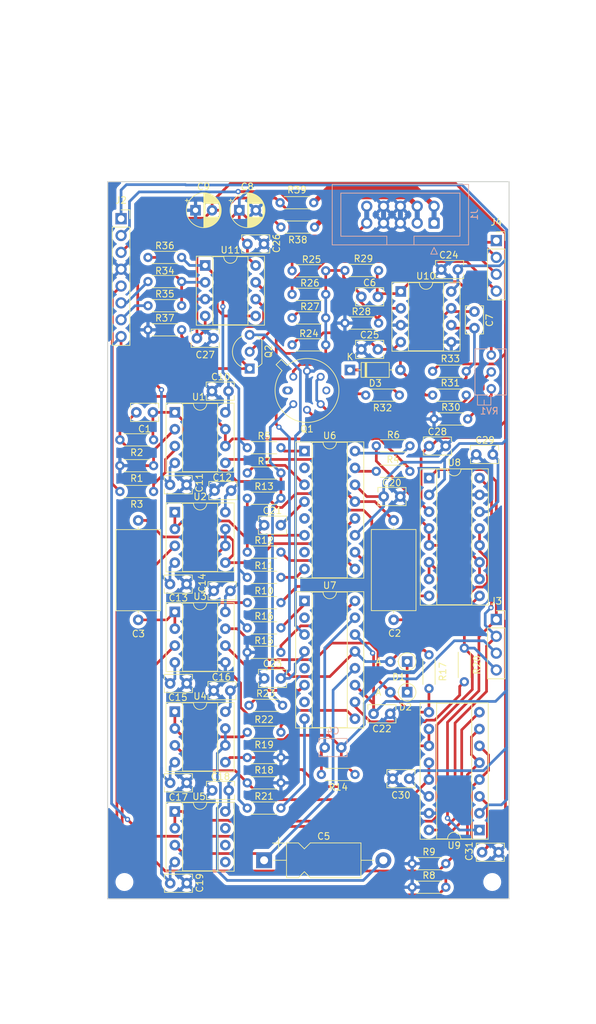
<source format=kicad_pcb>
(kicad_pcb (version 20240108) (generator "pcbnew") (generator_version "8.0")
  (title_block (title "(title)") (comment 1 "PCB for panel") (comment 2 "(description)") (comment 4 "License CC BY 4.0 - Attribution 4.0 International"))
  (layers (0 "F.Cu" signal) (31 "B.Cu" signal) (34 "B.Paste" user) (35 "F.Paste" user) (36 "B.SilkS" user "B.Silkscreen") (37 "F.SilkS" user "F.Silkscreen") (38 "B.Mask" user) (39 "F.Mask" user) (44 "Edge.Cuts" user))
  (net 0 "")
  (net 1 "Net-(C1-Pad1)")
  (net 2 "Net-(U1A--)")
  (net 3 "Net-(U1B-+)")
  (net 4 "Net-(C2-Pad2)")
  (net 5 "Net-(U2B-+)")
  (net 6 "Net-(U3A--)")
  (net 7 "/OUT_2")
  (net 8 "Net-(U7A--)")
  (net 9 "Net-(U5A-+)")
  (net 10 "Net-(U4B--)")
  (net 11 "Net-(C6-Pad1)")
  (net 12 "Net-(U10A--)")
  (net 13 "Net-(Q1B-E)")
  (net 14 "Net-(D3-A)")
  (net 15 "+15V")
  (net 16 "GND")
  (net 17 "-15V")
  (net 18 "Net-(D1-K)")
  (net 19 "Net-(D1-A)")
  (net 20 "Net-(D2-A)")
  (net 21 "Net-(D3-K)")
  (net 22 "/VN")
  (net 23 "/VP")
  (net 24 "+5V")
  (net 25 "/IN")
  (net 26 "/COARSE")
  (net 27 "/FINE")
  (net 28 "/V{slash}O")
  (net 29 "/FM")
  (net 30 "/RES")
  (net 31 "/RES_MOD")
  (net 32 "/OUT_1")
  (net 33 "/OUT_3")
  (net 34 "/A0")
  (net 35 "/A1")
  (net 36 "/A")
  (net 37 "Net-(Q1A-B)")
  (net 38 "Net-(Q1A-C)")
  (net 39 "Net-(Q2-E)")
  (net 40 "Net-(Q2-B)")
  (net 41 "/B")
  (net 42 "Net-(U1A-+)")
  (net 43 "Net-(U6A--)")
  (net 44 "Net-(U6A-ID)")
  (net 45 "Net-(R6-Pad1)")
  (net 46 "Net-(U6A-+)")
  (net 47 "Net-(R7-Pad1)")
  (net 48 "Net-(U2A-+)")
  (net 49 "Net-(U3A-+)")
  (net 50 "Net-(U6B--)")
  (net 51 "Net-(U6B-ID)")
  (net 52 "Net-(U2A--)")
  (net 53 "Net-(U6B-+)")
  (net 54 "Net-(R13-Pad1)")
  (net 55 "Net-(U7A-+)")
  (net 56 "Net-(U7A-ID)")
  (net 57 "Net-(U4A-+)")
  (net 58 "Net-(U4B-+)")
  (net 59 "Net-(U7B--)")
  (net 60 "Net-(U7B-ID)")
  (net 61 "Net-(U4A--)")
  (net 62 "Net-(U7B-+)")
  (net 63 "Net-(R23-Pad1)")
  (net 64 "Net-(R30-Pad1)")
  (net 65 "Net-(U11A--)")
  (net 66 "Net-(U11B-+)")
  (footprint "MountingHole:MountingHole_2.2mm_M2" (layer "F.Cu") (at 108.86 53.34)
    (property "Reference" "H2" (hide yes))
    (property "Value" "MountingHole" (hide yes))
  )
  (footprint "MountingHole:MountingHole_2.2mm_M2" (layer "F.Cu") (at 53.34 156.44)
    (property "Reference" "H3" (hide yes))
    (property "Value" "MountingHole" (hide yes))
  )
  (footprint "MountingHole:MountingHole_2.2mm_M2" (layer "F.Cu") (at 108.86 156.44)
    (property "Reference" "H4" (hide yes))
    (property "Value" "MountingHole" (hide yes))
  )
  (footprint "Capacitor_THT:C_Rect_L4.0mm_W2.5mm_P2.50mm" (layer "F.Cu") (at 57.638 85.598 180)
    (property "Reference" "C1")
    (property "Value" "56p")
  )
  (footprint "Capacitor_THT:C_Rect_L4.0mm_W2.5mm_P2.50mm" (layer "F.Cu") (at 90.952 131.064)
    (property "Reference" "C22")
    (property "Value" "100n")
  )
  (footprint "Capacitor_THT:C_Rect_L4.0mm_W2.5mm_P2.50mm" (layer "F.Cu") (at 108.946 91.948 180)
    (property "Reference" "C29")
    (property "Value" "100n")
  )
  (footprint "Resistor_THT:R_Axial_DIN0204_L3.6mm_D1.6mm_P5.08mm_Horizontal" (layer "F.Cu") (at 91.7 72.133332 180)
    (property "Reference" "R28")
    (property "Value" "270k")
  )
  (footprint "Resistor_THT:R_Axial_DIN0204_L3.6mm_D1.6mm_P5.08mm_Horizontal" (layer "F.Cu") (at 83.727 71.3545 180)
    (property "Reference" "R27")
    (property "Value" "150k")
  )
  (footprint "Package_DIP:DIP-8_W7.62mm_Socket" (layer "F.Cu") (at 60.95 100.6475)
    (property "Reference" "U2")
    (property "Value" "OPA2134")
  )
  (footprint "Capacitor_THT:CP_Radial_D5.0mm_P2.50mm" (layer "F.Cu") (at 64.072888 55.118)
    (property "Reference" "C9")
    (property "Value" "10u")
  )
  (footprint "Capacitor_THT:C_Rect_L4.0mm_W2.5mm_P2.50mm" (layer "F.Cu") (at 69.45 97.4 180)
    (property "Reference" "C12")
    (property "Value" "100n")
  )
  (footprint "Capacitor_THT:C_Rect_L4.0mm_W2.5mm_P2.50mm" (layer "F.Cu") (at 62.738 141.478 180)
    (property "Reference" "C17")
    (property "Value" "100n")
  )
  (footprint "Resistor_THT:R_Axial_DIN0204_L3.6mm_D1.6mm_P5.08mm_Horizontal" (layer "F.Cu") (at 83.727 64.2425 180)
    (property "Reference" "R25")
    (property "Value" "2.2meg")
  )
  (footprint "Capacitor_THT:C_Axial_L12.0mm_D6.5mm_P15.00mm_Horizontal" (layer "F.Cu") (at 55.425 101.9 -90)
    (property "Reference" "C3")
    (property "Value" "220p")
  )
  (footprint "Resistor_THT:R_Axial_DIN0204_L3.6mm_D1.6mm_P5.08mm_Horizontal" (layer "F.Cu") (at 76.962 145.288 180)
    (property "Reference" "R21")
    (property "Value" "68k")
  )
  (footprint "Capacitor_THT:CP_Axial_L11.0mm_D5.0mm_P18.00mm_Horizontal" (layer "F.Cu") (at 74.422 153.162)
    (property "Reference" "C5")
    (property "Value" "220p")
  )
  (footprint "Connector_PinSocket_2.54mm:PinSocket_1x04_P2.54mm_Vertical" (layer "F.Cu") (at 109.474 116.84)
    (property "Reference" "J3")
    (property "Value" "Connector")
  )
  (footprint "Resistor_THT:R_Axial_DIN0204_L3.6mm_D1.6mm_P5.08mm_Horizontal" (layer "F.Cu") (at 61.976 62.23 180)
    (property "Reference" "R36")
    (property "Value" "100k")
  )
  (footprint "Resistor_THT:R_Axial_DIN0204_L3.6mm_D1.6mm_P5.08mm_Horizontal" (layer "F.Cu") (at 91.7 64.2 180)
    (property "Reference" "R29")
    (property "Value" "2k")
  )
  (footprint "Capacitor_THT:C_Rect_L4.0mm_W2.5mm_P2.50mm" (layer "F.Cu") (at 89.1 76.1)
    (property "Reference" "C25")
    (property "Value" "100n")
  )
  (footprint "Capacitor_THT:C_Rect_L4.0mm_W2.5mm_P2.50mm" (layer "F.Cu") (at 69.325 112.525 180)
    (property "Reference" "C14")
    (property "Value" "100n")
  )
  (footprint "Resistor_THT:R_Axial_DIN0204_L3.6mm_D1.6mm_P5.08mm_Horizontal" (layer "F.Cu") (at 57.738 93.64 180)
    (property "Reference" "R1")
    (property "Value" "100k")
  )
  (footprint "Resistor_THT:R_Axial_DIN0204_L3.6mm_D1.6mm_P5.08mm_Horizontal" (layer "F.Cu") (at 91.3465 94.488)
    (property "Reference" "R4")
    (property "Value" "22k")
  )
  (footprint "Resistor_THT:R_Axial_DIN0204_L3.6mm_D1.6mm_P5.08mm_Horizontal" (layer "F.Cu") (at 61.976 73.152 180)
    (property "Reference" "R37")
    (property "Value" "18k")
  )
  (footprint "Resistor_THT:R_Axial_DIN0204_L3.6mm_D1.6mm_P5.08mm_Horizontal" (layer "F.Cu") (at 71.882 141.478)
    (property "Reference" "R18")
    (property "Value" "5.6k")
  )
  (footprint "Resistor_THT:R_Axial_DIN0204_L3.6mm_D1.6mm_P5.08mm_Horizontal" (layer "F.Cu") (at 61.976 69.511332 180)
    (property "Reference" "R35")
    (property "Value" "100")
  )
  (footprint "Resistor_THT:R_Axial_DIN0204_L3.6mm_D1.6mm_P5.08mm_Horizontal" (layer "F.Cu") (at 88.148 140.218 180)
    (property "Reference" "R14")
    (property "Value" "22k")
  )
  (footprint "Capacitor_THT:C_Rect_L4.0mm_W2.5mm_P2.50mm" (layer "F.Cu") (at 92.476 98.298)
    (property "Reference" "C20")
    (property "Value" "100n")
  )
  (footprint "Capacitor_THT:C_Rect_L4.0mm_W2.5mm_P2.50mm" (layer "F.Cu") (at 74.442 125.73)
    (property "Reference" "C23")
    (property "Value" "100n")
  )
  (footprint "Package_DIP:DIP-8_W7.62mm_Socket" (layer "F.Cu") (at 60.95 145.796)
    (property "Reference" "U5")
    (property "Value" "OPA2134")
  )
  (footprint "Capacitor_THT:C_Rect_L4.0mm_W2.5mm_P2.50mm" (layer "F.Cu") (at 69.05 82.4 180)
    (property "Reference" "C10")
    (property "Value" "100n")
  )
  (footprint "Resistor_THT:R_Axial_DIN0204_L3.6mm_D1.6mm_P5.08mm_Horizontal" (layer "F.Cu") (at 104.94 79.4 180)
    (property "Reference" "R33")
    (property "Value" "330k")
  )
  (footprint "Capacitor_THT:C_Rect_L4.0mm_W2.5mm_P2.50mm" (layer "F.Cu") (at 106.172 72.898 90)
    (property "Reference" "C7")
    (property "Value" "180p")
  )
  (footprint "Package_TO_SOT_THT:TO-92_Inline_Wide" (layer "F.Cu") (at 72.242 78.994 90)
    (property "Reference" "Q2")
    (property "Value" "2N3906")
  )
  (footprint "Capacitor_THT:CP_Radial_D5.0mm_P2.50mm" (layer "F.Cu") (at 70.676888 55.118)
    (property "Reference" "C8")
    (property "Value" "10u")
  )
  (footprint "Package_DIP:DIP-16_W7.62mm_Socket" (layer "F.Cu") (at 99.324 95.504)
    (property "Reference" "U8")
    (property "Value" "DG409")
  )
  (footprint "Resistor_THT:R_Axial_DIN0204_L3.6mm_D1.6mm_P5.08mm_Horizontal" (layer "F.Cu") (at 76.962 110.48771 180)
    (property "Reference" "R11")
    (property "Value" "68k")
  )
  (footprint "Capacitor_THT:C_Rect_L4.0mm_W2.5mm_P2.50mm" (layer "F.Cu") (at 91.6 68.166666 180)
    (property "Reference" "C6")
    (property "Value" "180p")
  )
  (footprint "Resistor_THT:R_Axial_DIN0204_L3.6mm_D1.6mm_P5.08mm_Horizontal" (layer "F.Cu") (at 71.882 133.854562)
    (property "Reference" "R22")
    (property "Value" "22k")
  )
  (footprint "Package_TO_SOT_THT:TO-5-8" (layer "F.Cu") (at 77.978 82.296)
    (property "Reference" "Q1")
    (property "Value" "AS395")
  )
  (footprint "Package_DIP:DIP-8_W7.62mm_Socket" (layer "F.Cu") (at 95.0505 67.3645)
    (property "Reference" "U10")
    (property "Value" "OPA2134")
  )
  (footprint "Capacitor_THT:C_Rect_L4.0mm_W2.5mm_P2.50mm" (layer "F.Cu") (at 107.325 151.95)
    (property "Reference" "C31")
    (property "Value" "100n")
  )
  (footprint "Resistor_THT:R_Axial_DIN0204_L3.6mm_D1.6mm_P5.08mm_Horizontal" (layer "F.Cu") (at 71.882 137.665704)
    (property "Reference" "R19")
    (property "Value" "5.6k")
  )
  (footprint "Resistor_THT:R_Axial_DIN0204_L3.6mm_D1.6mm_P5.08mm_Horizontal" (layer "F.Cu") (at 57.738 97.536 180)
    (property "Reference" "R3")
    (property "Value" "22k")
  )
  (footprint "Resistor_THT:R_Axial_DIN0204_L3.6mm_D1.6mm_P5.08mm_Horizontal" (layer "F.Cu") (at 76.962 118.109994 180)
    (property "Reference" "R16")
    (property "Value" "68k")
  )
  (footprint "Resistor_THT:R_Axial_DIN0204_L3.6mm_D1.6mm_P5.08mm_Horizontal" (layer "F.Cu") (at 101.854 153.67 180)
    (property "Reference" "R9")
    (property "Value" "5.6k")
  )
  (footprint "Resistor_THT:R_Axial_DIN0204_L3.6mm_D1.6mm_P5.08mm_Horizontal" (layer "F.Cu") (at 78.647 75.4185)
    (property "Reference" "R24")
    (property "Value" "120k")
  )
  (footprint "Capacitor_THT:C_Rect_L4.0mm_W2.5mm_P2.50mm" (layer "F.Cu") (at 99.334 90.678)
    (property "Reference" "C28")
    (property "Value" "100n")
  )
  (footprint "Capacitor_THT:C_Rect_L4.0mm_W2.5mm_P2.50mm" (layer "F.Cu") (at 66.782 74.422 180)
    (property "Reference" "C27")
    (property "Value" "100n")
  )
  (footprint "Capacitor_THT:C_Rect_L4.0mm_W2.5mm_P2.50mm" (layer "F.Cu") (at 62.738 126.492 180)
    (property "Reference" "C15")
    (property "Value" "100n")
  )
  (footprint "Resistor_THT:R_Axial_DIN0204_L3.6mm_D1.6mm_P5.08mm_Horizontal" (layer "F.Cu") (at 94.84 83 180)
    (property "Reference" "R32")
    (property "Value" "1meg")
  )
  (footprint "Capacitor_THT:C_Rect_L4.0mm_W2.5mm_P2.50mm" (layer "F.Cu") (at 69.322 127.575 180)
    (property "Reference" "C16")
    (property "Value" "100n")
  )
  (footprint "Resistor_THT:R_Axial_DIN0204_L3.6mm_D1.6mm_P5.08mm_Horizontal" (layer "F.Cu") (at 71.882 98.554284)
    (property "Reference" "R13")
    (property "Value" "18k")
  )
  (footprint "Diode_THT:D_DO-35_SOD27_P2.54mm_Vertical_AnodeUp" (layer "F.Cu") (at 96.015129 127.806723 180)
    (property "Reference" "D2")
    (property "Value" "1N5236")
  )
  (footprint "Package_DIP:DIP-8_W7.62mm_Socket" (layer "F.Cu") (at 60.95 85.598)
    (property "Reference" "U1")
    (property "Value" "OPA2134")
  )
  (footprint "Capacitor_THT:C_Axial_L12.0mm_D6.5mm_P15.00mm_Horizontal" (layer "F.Cu") (at 93.98 101.888 -90)
    (property "Reference" "C2")
    (property "Value" "220p")
  )
  (footprint "Resistor_THT:R_Axial_DIN0204_L3.6mm_D1.6mm_P5.08mm_Horizontal" (layer "F.Cu") (at 105.156 86.6 180)
    (property "Reference" "R30")
    (property "Value" "330")
  )
  (footprint "Package_DIP:DIP-8_W7.62mm_Socket" (layer "F.Cu") (at 60.95 115.697)
    (property "Reference" "U3")
    (property "Value" "OPA2134")
  )
  (footprint "Package_DIP:DIP-8_W7.62mm_Socket" (layer "F.Cu") (at 60.95 130.7465)
    (property "Reference" "U4")
    (property "Value" "OPA2134")
  )
  (footprint "Resistor_THT:R_Axial_DIN0204_L3.6mm_D1.6mm_P5.08mm_Horizontal" (layer "F.Cu") (at 99.314 127.254 90)
    (property "Reference" "R17")
    (property "Value" "220k")
  )
  (footprint "Capacitor_THT:C_Rect_L4.0mm_W2.5mm_P2.50mm" (layer "F.Cu") (at 69.088 142.625 180)
    (property "Reference" "C18")
    (property "Value" "100n")
  )
  (footprint "Capacitor_THT:C_Rect_L4.0mm_W2.5mm_P2.50mm" (layer "F.Cu") (at 71.902 60.2)
    (property "Reference" "C26")
    (property "Value" "100n")
  )
  (footprint "Package_DIP:DIP-8_W7.62mm_Socket" (layer "F.Cu") (at 65.526 63.44)
    (property "Reference" "U11")
    (property "Value" "OPA2134")
  )
  (footprint "Resistor_THT:R_Axial_DIN0204_L3.6mm_D1.6mm_P5.08mm_Horizontal" (layer "F.Cu") (at 57.738 89.744 180)
    (property "Reference" "R2")
    (property "Value" "33k")
  )
  (footprint "Resistor_THT:R_Axial_DIN0204_L3.6mm_D1.6mm_P5.08mm_Horizontal" (layer "F.Cu") (at 82.042 57.658 180)
    (property "Reference" "R38")
    (property "Value" "10")
  )
  (footprint "Resistor_THT:R_Axial_DIN0204_L3.6mm_D1.6mm_P5.08mm_Horizontal" (layer "F.Cu") (at 76.962 90.932 180)
    (property "Reference" "R5")
    (property "Value" "68k")
  )
  (footprint "Resistor_THT:R_Axial_DIN0204_L3.6mm_D1.6mm_P5.08mm_Horizontal" (layer "F.Cu") (at 104.648 121.158 -90)
    (property "Reference" "R20")
    (property "Value" "22k")
  )
  (footprint "Resistor_THT:R_Axial_DIN0204_L3.6mm_D1.6mm_P5.08mm_Horizontal" (layer "F.Cu") (at 99.86 83)
    (property "Reference" "R31")
    (property "Value" "3.3k")
  )
  (footprint "Capacitor_THT:C_Rect_L4.0mm_W2.5mm_P2.50mm" (layer "F.Cu") (at 62.718 96.52 180)
    (property "Reference" "C11")
    (property "Value" "100n")
  )
  (footprint "Resistor_THT:R_Axial_DIN0204_L3.6mm_D1.6mm_P5.08mm_Horizontal" (layer "F.Cu") (at 76.835 53.975)
    (property "Reference" "R39")
    (property "Value" "10")
  )
  (footprint "Connector_PinSocket_2.54mm:PinSocket_1x08_P2.54mm_Vertical" (layer "F.Cu") (at 52.832 56.388)
    (property "Reference" "J2")
    (property "Value" "Connector")
  )
  (footprint "Package_DIP:DIP-16_W7.62mm_Socket" (layer "F.Cu") (at 106.924 148.6 180)
    (property "Reference" "U9")
    (property "Value" "DG409")
  )
  (footprint "Resistor_THT:R_Axial_DIN0204_L3.6mm_D1.6mm_P5.08mm_Horizontal" (layer "F.Cu") (at 72.136 129.794)
    (property "Reference" "R23")
    (property "Value" "18k")
  )
  (footprint "Connector_PinSocket_2.54mm:PinSocket_1x04_P2.54mm_Vertical" (layer "F.Cu") (at 109.474 59.69)
    (property "Reference" "J4")
    (property "Value" "Connector")
  )
  (footprint "Resistor_THT:R_Axial_DIN0204_L3.6mm_D1.6mm_P5.08mm_Horizontal" (layer "F.Cu") (at 71.882 106.676568)
    (property "Reference" "R12")
    (property "Value" "22k")
  )
  (footprint "Resistor_THT:R_Axial_DIN0204_L3.6mm_D1.6mm_P5.08mm_Horizontal" (layer "F.Cu") (at 101.854 157.226 180)
    (property "Reference" "R8")
    (property "Value" "5.6k")
  )
  (footprint "Resistor_THT:R_Axial_DIN0204_L3.6mm_D1.6mm_P5.08mm_Horizontal" (layer "F.Cu") (at 71.882 94.743142)
    (property "Reference" "R7")
    (property "Value" "18k")
  )
  (footprint "Package_DIP:DIP-16_W7.62mm_Socket" (layer "F.Cu") (at 80.518 91.44)
    (property "Reference" "U6")
    (property "Value" "AS3280")
  )
  (footprint "Resistor_THT:R_Axial_DIN0204_L3.6mm_D1.6mm_P5.08mm_Horizontal" (layer "F.Cu") (at 91.36 90.65)
    (property "Reference" "R6")
    (property "Value" "22k")
  )
  (footprint "Capacitor_THT:C_Rect_L4.0mm_W2.5mm_P2.50mm" (layer "F.Cu") (at 103.6665 64.0625 180)
    (property "Reference" "C24")
    (property "Value" "100n")
  )
  (footprint "Package_DIP:DIP-16_W7.62mm_Socket" (layer "F.Cu") (at 80.518 114.036)
    (property "Reference" "U7")
    (property "Value" "AS3280")
  )
  (footprint "Resistor_THT:R_Axial_DIN0204_L3.6mm_D1.6mm_P5.08mm_Horizontal" (layer "F.Cu") (at 76.962 114.298852 180)
    (property "Reference" "R10")
    (property "Value" "22k")
  )
  (footprint "Diode_THT:D_DO-35_SOD27_P7.62mm_Horizontal" (layer "F.Cu") (at 87.38 79.2)
    (property "Reference" "D3")
    (property "Value" "1N4148")
  )
  (footprint "Resistor_THT:R_Axial_DIN0204_L3.6mm_D1.6mm_P5.08mm_Horizontal" (layer "F.Cu") (at 76.95 121.8 180)
    (property "Reference" "R15")
    (property "Value" "22k")
  )
  (footprint "Capacitor_THT:C_Rect_L4.0mm_W2.5mm_P2.50mm" (layer "F.Cu") (at 62.75 156.625 180)
    (property "Reference" "C19")
    (property "Value" "100n")
  )
  (footprint "Capacitor_THT:C_Rect_L4.0mm_W2.5mm_P2.50mm" (layer "F.Cu") (at 62.718 111.506 180)
    (property "Reference" "C13")
    (property "Value" "100n")
  )
  (footprint "Diode_THT:D_DO-35_SOD27_P2.54mm_Vertical_AnodeUp" (layer "F.Cu") (at 96.015129 123.19 180)
    (property "Reference" "D1")
    (property "Value" "1N5236")
  )
  (footprint "Capacitor_THT:C_Rect_L4.0mm_W2.5mm_P2.50mm" (layer "F.Cu") (at 74.442 102.615426)
    (property "Reference" "C21")
    (property "Value" "100n")
  )
  (footprint "Capacitor_THT:C_Rect_L4.0mm_W2.5mm_P2.50mm" (layer "F.Cu") (at 96.3265 140.850037 180)
    (property "Reference" "C30")
    (property "Value" "100n")
  )
  (footprint "Resistor_THT:R_Axial_DIN0204_L3.6mm_D1.6mm_P5.08mm_Horizontal" (layer "F.Cu") (at 56.896 65.870666)
    (property "Reference" "R34")
    (property "Value" "120k")
  )
  (footprint "Resistor_THT:R_Axial_DIN0204_L3.6mm_D1.6mm_P5.08mm_Horizontal" (layer "F.Cu") (at 83.727 67.7985 180)
    (property "Reference" "R26")
    (property "Value" "100k")
  )
  (footprint "Connector_IDC:IDC-Header_2x05_P2.54mm_Vertical" (layer "B.Cu") (at 100.076 57.05 90)
    (property "Reference" "J1")
    (property "Value" "IDC_Header")
  )
  (footprint "Potentiometer_THT:Potentiometer_Bourns_3266Z_Horizontal" (layer "B.Cu") (at 108.712 76.962 90)
    (property "Reference" "RV1")
    (property "Value" "100")
  )
  (footprint "Capacitor_THT:C_Rect_L4.0mm_W2.5mm_P2.50mm" (layer "B.Cu") (at 86.076 136.154 180)
    (property "Reference" "C4")
    (property "Value" "470p")
  )
  (gr_line (start 50.8 50.8) (end 50.8 158.98) (stroke (width 0.15)) (layer "Edge.Cuts"))
  (gr_line (start 50.8 50.8) (end 111.4 50.8) (stroke (width 0.15)) (layer "Edge.Cuts"))
  (gr_line (start 111.4 158.98) (end 50.8 158.98) (stroke (width 0.15)) (layer "Edge.Cuts"))
  (gr_line (start 111.4 50.8) (end 111.4 158.98) (stroke (width 0.15)) (layer "Edge.Cuts"))
  (segment (start 72.471618 96.021618) (end 70.321618 96.021618) (width 0.4064) (layer "F.Cu") (net 1))
  (segment (start 62.23 86.878) (end 60.95 85.598) (width 0.4064) (layer "F.Cu") (net 1))
  (segment (start 57.638 85.598) (end 57.638 89.644) (width 0.4064) (layer "F.Cu") (net 1))
  (segment (start 57.638 89.644) (end 57.738 89.744) (width 0.4064) (layer "F.Cu") (net 1))
  (segment (start 76.4 99.95) (end 72.471618 96.021618) (width 0.4064) (layer "F.Cu") (net 1))
  (segment (start 84.0318 97.8568) (end 79.219645 97.8568) (width 0.4064) (layer "F.Cu") (net 1))
  (segment (start 66.7 94.45) (end 62.23 89.98) (width 0.4064) (layer "F.Cu") (net 1))
  (segment (start 89.428001 100.35) (end 86.525 100.35) (width 0.4064) (layer "F.Cu") (net 1))
  (segment (start 62.23 89.98) (end 62.23 86.878) (width 0.4064) (layer "F.Cu") (net 1))
  (segment (start 99.324 113.284) (end 93.472 113.284) (width 0.4064) (layer "F.Cu") (net 1))
  (segment (start 68.75 94.45) (end 66.7 94.45) (width 0.4064) (layer "F.Cu") (net 1))
  (segment (start 79.219645 97.8568) (end 77.126445 99.95) (width 0.4064) (layer "F.Cu") (net 1))
  (segment (start 70.321618 96.021618) (end 68.75 94.45) (width 0.4064) (layer "F.Cu") (net 1))
  (segment (start 60.95 85.598) (end 57.638 85.598) (width 0.4064) (layer "F.Cu") (net 1))
  (segment (start 86.525 100.35) (end 84.0318 97.8568) (width 0.4064) (layer "F.Cu") (net 1))
  (segment (start 77.126445 99.95) (end 76.4 99.95) (width 0.4064) (layer "F.Cu") (net 1))
  (segment (start 90.678 101.599999) (end 89.428001 100.35) (width 0.4064) (layer "F.Cu") (net 1))
  (segment (start 93.472 113.284) (end 90.678 110.49) (width 0.4064) (layer "F.Cu") (net 1))
  (segment (start 90.678 110.49) (end 90.678 101.599999) (width 0.4064) (layer "F.Cu") (net 1))
  (segment (start 56.554 93.64) (end 52.658 89.744) (width 0.4064) (layer "F.Cu") (net 2))
  (segment (start 52.658 88.078) (end 55.138 85.598) (width 0.4064) (layer "F.Cu") (net 2))
  (segment (start 60.95 88.138) (end 57.738 91.35) (width 0.4064) (layer "F.Cu") (net 2))
  (segment (start 57.738 93.64) (end 56.554 93.64) (width 0.4064) (layer "F.Cu") (net 2))
  (segment (start 52.658 89.744) (end 52.658 88.078) (width 0.4064) (layer "F.Cu") (net 2))
  (segment (start 57.738 91.35) (end 57.738 93.64) (width 0.4064) (layer "F.Cu") (net 2))
  (segment (start 69.088 92.7) (end 68.57 93.218) (width 0.4064) (layer "F.Cu") (net 3))
  (segment (start 88.138 99.06) (end 81.778 92.7) (width 0.4064) (layer "F.Cu") (net 3))
  (segment (start 93.98 101.888) (end 91.152 99.06) (width 0.4064) (layer "F.Cu") (net 3))
  (segment (start 91.152 99.06) (end 88.138 99.06) (width 0.4064) (layer "F.Cu") (net 3))
  (segment (start 81.778 92.7) (end 69.088 92.7) (width 0.4064) (layer "F.Cu") (net 3))
  (segment (start 106.944 106.502418) (end 106.944 105.664) (width 0.4064) (layer "F.Cu") (net 4))
  (segment (start 108.1056 110.204018) (end 108.1056 108.743982) (width 0.4064) (layer "F.Cu") (net 4))
  (segment (start 108.1472 110.245618) (end 108.1056 110.204018) (width 0.4064) (layer "F.Cu") (net 4))
  (segment (start 108.1472 108.702382) (end 108.1472 107.705618) (width 0.4064) (layer "F.Cu") (net 4))
  (segment (start 108.1056 108.743982) (end 108.1472 108.702382) (width 0.4064) (layer "F.Cu") (net 4))
  (segment (start 99.324 108.204) (end 100.7 109.58) (width 0.4064) (layer "F.Cu") (net 4))
  (segment (start 97.3 116.888) (end 93.98 116.888) (width 0.4064) (layer "F.Cu") (net 4))
  (segment (start 101.504818 116.888) (end 97.3 116.888) (width 0.4064) (layer "F.Cu") (net 4))
  (segment (start 101.504818 116.888) (end 106.445618 111.9472) (width 0.4064) (layer "F.Cu") (net 4))
  (segment (start 106.944 105.664) (end 106.944 103.124) (width 0.4064) (layer "F.Cu") (net 4))
  (segment (start 99.324 110.744) (end 99.324 108.204) (width 0.4064) (layer "F.Cu") (net 4))
  (segment (start 108.1472 107.705618) (end 106.944 106.502418) (width 0.4064) (layer "F.Cu") (net 4))
  (segment (start 107.442382 111.9472) (end 108.1472 111.242382) (width 0.4064) (layer "F.Cu") (net 4))
  (segment (start 100.7 109.58) (end 100.7 115) (width 0.4064) (layer "F.Cu") (net 4))
  (segment (start 98.812 116.888) (end 100.7 115) (width 0.4064) (layer "F.Cu") (net 4))
  (segment (start 108.1472 111.242382) (end 108.1472 110.245618) (width 0.4064) (layer "F.Cu") (net 4))
  (segment (start 106.445618 111.9472) (end 107.442382 111.9472) (width 0.4064) (layer "F.Cu") (net 4))
  (segment (start 98.812 116.888) (end 97.3 116.888) (width 0.4064) (layer "F.Cu") (net 4))
  (segment (start 56.6843 101.9) (end 55.425 101.9) (width 0.4064) (layer "F.Cu") (net 5))
  (segment (start 69.1907 104.3907) (end 59.175 104.3907) (width 0.4064) (layer "F.Cu") (net 5))
  (segment (start 69.7732 104.9732) (end 69.1907 104.3907) (width 0.4064) (layer "F.Cu") (net 5))
  (segment (start 72.9325 108.2675) (end 68.57 108.2675) (width 0.4064) (layer "F.Cu") (net 5))
  (segment (start 75.8 105.4) (end 72.9325 108.2675) (width 0.4064) (layer "F.Cu") (net 5))
  (segment (start 69.7732 107.0643) (end 69.7732 104.9732) (width 0.4064) (layer "F.Cu") (net 5))
  (segment (start 84.338 105.4) (end 75.8 105.4) (width 0.4064) (layer "F.Cu") (net 5))
  (segment (start 88.138 101.6) (end 84.338 105.4) (width 0.4064) (layer "F.Cu") (net 5))
  (segment (start 68.57 108.2675) (end 69.7732 107.0643) (width 0.4064) (layer "F.Cu") (net 5))
  (segment (start 59.175 104.3907) (end 56.6843 101.9) (width 0.4064) (layer "F.Cu") (net 5))
  (segment (start 55.425 116.9) (end 59.747 116.9) (width 0.381) (layer "F.Cu") (net 6))
  (segment (start 60.95 115.697) (end 60.95 118.237) (width 0.4064) (layer "F.Cu") (net 6))
  (segment (start 59.747 116.9) (end 60.95 115.697) (width 0.381) (layer "F.Cu") (net 6))
  (segment (start 65.3 113) (end 65.3 112.3) (width 0.4064) (layer "F.Cu") (net 7))
  (segment (start 71.882 114.298852) (end 66.598852 114.298852) (width 0.4064) (layer "F.Cu") (net 7))
  (segment (start 65.3 108.9975) (end 65.3 112.3) (width 0.4064) (layer "F.Cu") (net 7))
  (segment (start 75.739601 134.957762) (end 70.866 130.084161) (width 0.4064) (layer "F.Cu") (net 7))
  (segment (start 70.866 130.084161) (end 70.866 126.425009) (width 0.4064) (layer "F.Cu") (net 7))
  (segment (start 86.076 136.154) (end 86.076 138.146) (width 0.4064) (layer "F.Cu") (net 7))
  (segment (start 86.076 136.154) (end 84.233523 134.311523) (width 0.4064) (layer "F.Cu") (net 7))
  (segment (start 65.3 123.75) (end 66.917 125.367) (width 0.4064) (layer "F.Cu") (net 7))
  (segment (start 77.418961 134.957762) (end 75.739601 134.957762) (width 0.4064) (layer "F.Cu") (net 7))
  (segment (start 78.0652 134.311523) (end 77.418961 134.957762) (width 0.4064) (layer "F.Cu") (net 7))
  (segment (start 66.917 125.367) (end 69.807991 125.367) (width 0.4064) (layer "F.Cu") (net 7))
  (segment (start 84.233523 134.311523) (end 78.0652 134.311523) (width 0.4064) (layer "F.Cu") (net 7))
  (segment (start 68.57 105.7275) (end 65.3 108.9975) (width 0.4064) (layer "F.Cu") (net 7))
  (segment (start 70.866 126.425009) (end 69.807991 125.367) (width 0.4064) (layer "F.Cu") (net 7))
  (segment (start 86.076 138.146) (end 88.148 140.218) (width 0.4064) (layer "F.Cu") (net 7))
  (segment (start 66.598852 114.298852) (end 65.3 113) (width 0.4064) (layer "F.Cu") (net 7))
  (segment (start 65.3 112.3) (end 65.3 123.75) (width 0.4064) (layer "F.Cu") (net 7))
  (segment (start 93.2 125.8) (end 97.4 125.8) (width 0.4064) (layer "B.Cu") (net 7))
  (segment (start 103.1452 120.0548) (end 107.6088 120.0548) (width 0.4064) (layer "B.Cu") (net 7))
  (segment (start 97.4 125.8) (end 103.1452 120.0548) (width 0.4064) (layer "B.Cu") (net 7))
  (segment (start 68.57 103.1875) (end 68.57 105.7275) (width 0.4064) (layer "B.Cu") (net 7))
  (segment (start 89.55 132.68) (end 89.55 129.45) (width 0.4064) (layer "B.Cu") (net 7))
  (segment (start 86.076 136.154) (end 89.55 132.68) (width 0.4064) (layer "B.Cu") (net 7))
  (segment (start 89.55 129.45) (end 93.2 125.8) (width 0.4064) (layer "B.Cu") (net 7))
  (segment (start 107.6088 120.0548) (end 109.474 121.92) (width 0.4064) (layer "B.Cu") (net 7))
  (segment (start 83.068 136.662) (end 83.576 136.154) (width 0.4064) (layer "F.Cu") (net 8))
  (segment (start 83.068 140.218) (end 83.068 136.662) (width 0.4064) (layer "F.Cu") (net 8))
  (segment (start 83.576 121.138) (end 88.138 116.576) (width 0.4064) (layer "B.Cu") (net 8))
  (segment (start 83.576 136.154) (end 83.576 121.138) (width 0.4064) (layer "B.Cu") (net 8))
  (segment (start 62.22 152.146) (end 60.95 150.876) (width 0.4064) (layer "F.Cu") (net 9))
  (segment (start 73.406 152.146) (end 62.22 152.146) (width 0.4064) (layer "F.Cu") (net 9))
  (segment (start 74.422 153.162) (end 73.406 152.146) (width 0.4064) (layer "F.Cu") (net 9))
  (segment (start 84.836 127.498) (end 88.138 124.196) (width 0.4064) (layer "B.Cu") (net 9))
  (segment (start 74.422 153.162) (end 84.836 142.748) (width 0.4064) (layer "B.Cu") (net 9))
  (segment (start 84.836 142.748) (end 84.836 127.498) (width 0.4064) (layer "B.Cu") (net 9))
  (segment (start 67.35 154.7) (end 68.85 156.2) (width 0.4064) (layer "B.Cu") (net 10))
  (segment (start 67.35 145.314418) (end 67.35 154.7) (width 0.4064) (layer "B.Cu") (net 10))
  (segment (start 67.825 141.5) (end 67.825 144.839418) (width 0.4064) (layer "B.Cu") (net 10))
  (segment (start 89.384 156.2) (end 92.422 153.162) (width 0.4064) (layer "B.Cu") (net 10))
  (segment (start 67.825 144.839418) (end 67.35 145.314418) (width 0.4064) (layer "B.Cu") (net 10))
  (segment (start 67.3668 137.0297) (end 67.3668 141.0418) (width 0.4064) (layer "B.Cu") (net 10))
  (segment (start 67.3668 141.0418) (end 67.825 141.5) (width 0.4064) (layer "B.Cu") (net 10))
  (segment (start 68.85 156.2) (end 89.384 156.2) (width 0.4064) (layer "B.Cu") (net 10))
  (segment (start 68.57 135.8265) (end 67.3668 137.0297) (width 0.4064) (layer "B.Cu") (net 10))
  (segment (start 68.57 135.8265) (end 68.57 133.2865) (width 0.4064) (layer "B.Cu") (net 10))
  (segment (start 108.712 70.866) (end 108.712 76.962) (width 0.4064) (layer "F.Cu") (net 11))
  (segment (start 95.0505 67.3645) (end 96.515 65.9) (width 0.4064) (layer "F.Cu") (net 11))
  (segment (start 91.4945 67.586) (end 91.388 67.6925) (width 0.4064) (layer "F.Cu") (net 11))
  (segment (start 103.746 65.9) (end 108.712 70.866) (width 0.4064) (layer "F.Cu") (net 11))
  (segment (start 94.7225 67.6925) (end 95.0505 67.3645) (width 0.4064) (layer "F.Cu") (net 11))
  (segment (start 91.388 67.6925) (end 94.7225 67.6925) (width 0.4064) (layer "F.Cu") (net 11))
  (segment (start 91.4945 64.3165) (end 91.4945 67.586) (width 0.4064) (layer "F.Cu") (net 11))
  (segment (start 96.515 65.9) (end 103.746 65.9) (width 0.4064) (layer "F.Cu") (net 11))
  (segment (start 86.62 64.2) (end 83.7695 64.2) (width 0.4064) (layer "F.Cu") (net 12))
  (segment (start 93.0185 69.9045) (end 91.4945 71.4285) (width 0.4064) (layer "F.Cu") (net 12))
  (segment (start 83.727 64.2425) (end 83.727 67.7985) (width 0.4064) (layer "F.Cu") (net 12))
  (segment (start 83.727 77.927) (end 88.604 82.804) (width 0.4064) (layer "F.Cu") (net 12))
  (segment (start 91.4945 71.4285) (end 88.888 68.822) (width 0.4064) (layer "F.Cu") (net 12))
  (segment (start 83.7695 64.2) (end 83.727 64.2425) (width 0.4064) (layer "F.Cu") (net 12))
  (segment (start 95.0505 69.9045) (end 93.0185 69.9045) (width 0.4064) (layer "F.Cu") (net 12))
  (segment (start 88.888 68.822) (end 88.888 67.6925) (width 0.4064) (layer "F.Cu") (net 12))
  (segment (start 83.727 75.4185) (end 83.727 77.927) (width 0.4064) (layer "F.Cu") (net 12))
  (segment (start 88.888 67.6925) (end 86.4145 65.219) (width 0.4064) (layer "F.Cu") (net 12))
  (segment (start 88.604 82.804) (end 89.916 82.804) (width 0.4064) (layer "F.Cu") (net 12))
  (segment (start 86.4145 65.219) (end 86.4145 64.3165) (width 0.4064) (layer "F.Cu") (net 12))
  (segment (start 83.727 75.4185) (end 83.727 71.3545) (width 0.4064) (layer "B.Cu") (net 12))
  (segment (start 83.727 67.7985) (end 83.727 71.3545) (width 0.4064) (layer "B.Cu") (net 12))
  (segment (start 104.94 80.389949) (end 104.94 79.4) (width 0.4064) (layer "F.Cu") (net 13))
  (segment (start 106.172 72.898) (end 103.124 72.898) (width 0.4064) (layer "F.Cu") (net 13))
  (segment (start 99.929949 85.4) (end 104.94 80.389949) (width 0.4064) (layer "F.Cu") (net 13))
  (segment (start 78.833248 80.231248) (end 78.833248 79.38272) (width 0.4064) (layer "F.Cu") (net 13))
  (segment (start 103.124 72.898) (end 102.6705 72.4445) (width 0.4064) (layer "F.Cu") (net 13))
  (segment (start 78.833248 79.38272) (end 79.843168 78.3728) (width 0.4064) (layer "F.Cu") (net 13))
  (segment (start 79.843168 78.3728) (end 82.9228 78.3728) (width 0.4064) (layer "F.Cu") (net 13))
  (segment (start 82.9228 78.3728) (end 89.95 85.4) (width 0.4064) (layer "F.Cu") (net 13))
  (segment (start 89.95 85.4) (end 99.929949 85.4) (width 0.4064) (layer "F.Cu") (net 13))
  (segment (start 106.172 72.898) (end 106.172 78.168) (width 0.4064) (layer "B.Cu") (net 13))
  (segment (start 106.172 78.168) (end 104.94 79.4) (width 0.4064) (layer "B.Cu") (net 13))
  (segment (start 102.6705 69.9045) (end 95 77.575) (width 0.4064) (layer "F.Cu") (net 14))
  (segment (start 98.8 83) (end 99.86 83) (width 0.4064) (layer "F.Cu") (net 14))
  (segment (start 103.164 70.398) (end 102.6705 69.9045) (width 0.4064) (layer "F.Cu") (net 14))
  (segment (start 106.172 70.398) (end 103.164 70.398) (width 0.4064) (layer "F.Cu") (net 14))
  (segment (start 95 77.575) (end 95 79.2) (width 0.4064) (layer "F.Cu") (net 14))
  (segment (start 95 79.2) (end 98.8 83) (width 0.4064) (layer "F.Cu") (net 14))
  (segment (start 71.902 62.196) (end 73.146 63.44) (width 0.4064) (layer "F.Cu") (net 15))
  (segment (start 75.692 56.388) (end 76.962 57.658) (width 0.4064) (layer "F.Cu") (net 15))
  (segment (start 70.676888 55.118) (end 70.632 55.118) (width 0.4064) (layer "F.Cu") (net 15))
  (segment (start 70.676888 55.118) (end 70.676888 58.974888) (width 0.4064) (layer "F.Cu") (net 15))
  (segment (start 71.902 60.2) (end 71.902 62.196) (width 0.4064) (layer "F.Cu") (net 15))
  (segment (start 92.476 98.298) (end 89.916 98.298) (width 0.4064) (layer "F.Cu") (net 15))
  (segment (start 71.946888 56.388) (end 75.692 56.388) (width 0.4064) (layer "F.Cu") (net 15))
  (segment (start 90.952 131.064) (end 90.952 122.067) (width 0.4064) (layer "F.Cu") (net 15))
  (segment (start 90.952 129.55) (end 90.952 131.064) (width 0.4064) (layer "F.Cu") (net 15))
  (segment (start 70.676888 55.118) (end 71.946888 56.388) (width 0.4064) (layer "F.Cu") (net 15))
  (segment (start 68.2 57.55) (end 68.2 69.65) (width 0.4064) (layer "F.Cu") (net 15))
  (segment (start 90.952 122.067) (end 90.805 121.92) (width 0.4064) (layer "F.Cu") (net 15))
  (segment (start 89.916 98.298) (end 88.138 96.52) (width 0.4064) (layer "F.Cu") (net 15))
  (segment (start 70.632 55.118) (end 68.2 57.55) (width 0.4064) (layer "F.Cu") (net 15))
  (segment (start 88.138 126.736) (end 90.952 129.55) (width 0.4064) (layer "F.Cu") (net 15))
  (segment (start 70.676888 58.974888) (end 71.902 60.2) (width 0.4064) (layer "F.Cu") (net 15))
  (via (at 68.2 69.65) (size 0.8) (drill 0.4) (layers "F.Cu" "B.Cu") (net 15))
  (via (at 90.805 121.92) (size 0.8) (drill 0.4) (layers "F.Cu" "B.Cu") (net 15))
  (segment (start 70.612 82.012) (end 68.725 80.125) (width 0.4064) (layer "B.Cu") (net 15))
  (segment (start 107.5463 139.6432) (end 111.0455 136.144) (width 0.4064) (layer "B.Cu") (net 15))
  (segment (start 111.0455 58.0455) (end 104.308 51.308) (width 0.4064) (layer "B.Cu") (net 15))
  (segment (start 109.5 90.3) (end 110.3955 90.3) (width 0.4064) (layer "B.Cu") (net 15))
  (segment (start 69.322 129.9945) (end 68.57 130.7465) (width 0.4064) (layer "B.Cu") (net 15))
  (segment (start 70.612 125.6) (end 70.612 126.238) (width 0.4064) (layer "B.Cu") (net 15))
  (segment (start 53.65 51.25) (end 52.832 52.068) (width 0.4064) (layer "B.Cu") (net 15))
  (segment (start 70.612 109.21771) (end 71.882 110.48771) (width 0.4064) (layer "B.Cu") (net 15))
  (segment (start 68.57 113.352) (end 69.322 112.6) (width 0.4064) (layer "B.Cu") (net 15))
  (segment (start 101.090771 93.122811) (end 101.072811 93.122811) (width 0.4064) (layer "B.Cu") (net 15))
  (segment (start 98.996463 143.52) (end 99.304 143.52) (width 0.4064) (layer "B.Cu") (net 15))
  (segment (start 111.0455 62.738) (end 111.0455 58.7805) (width 0.4064) (layer "B.Cu") (net 15))
  (segment (start 70.612 139.954) (end 69.088 141.478) (width 0.4064) (layer "B.Cu") (net 15))
  (segment (start 70.612 126.472) (end 69.322 127.762) (width 0.4064) (layer "B.Cu") (net 15))
  (segment (start 103.6665 64.0625) (end 103.6665 66.3685) (width 0.4064) (layer "B.Cu") (net 15))
  (segment (start 108.946 91.948) (end 108.946 90.854) (width 0.4064) (layer "B.Cu") (net 15))
  (segment (start 101.669811 95.698189) (end 99.324 98.044) (width 0.4064) (layer "B.Cu") (net 15))
  (segment (start 90.805 121.783) (end 88.138 119.116) (width 0.4064) (layer "B.Cu") (net 15))
  (segment (start 70.612 89.1) (end 70.612 89.662) (width 0.4064) (layer "B.Cu") (net 15))
  (segment (start 107.5463 139.6432) (end 97.533337 139.6432) (width 0.4064) (layer "B.Cu") (net 15))
  (segment (start 69.322 112.6) (end 70.612 111.31) (width 0.4064) (layer "B.Cu") (net 15))
  (segment (start 90.805 121.92) (end 90.805 121.783) (width 0.4064) (layer "B.Cu") (net 15))
  (segment (start 104.229 63.5) (end 103.6665 64.0625) (width 0.4064) (layer "B.Cu") (net 15))
  (segment (start 70.612 139.7) (end 70.612 144.018) (width 0.4064) (layer "B.Cu") (net 15))
  (segment (start 70.612 88.392) (end 70.612 95.8) (width 0.4064) (layer "B.Cu") (net 15))
  (segment (start 70.612 139.954) (end 70.612 139.7) (width 0.4064) (layer "B.Cu") (net 15))
  (segment (start 111.0455 58.7805) (end 111.0455 58.0455) (width 0.4064) (layer "B.Cu") (net 15))
  (segment (start 70.612 107.696) (end 70.612 108.712) (width 0.4064) (layer "B.Cu") (net 15))
  (segment (start 70.612 95.8) (end 70.612 107.442) (width 0.4064) (layer "B.Cu") (net 15))
  (segment (start 101.072811 93.122811) (end 95.327189 93.122811) (width 0.4064) (layer "B.Cu") (net 15))
  (segment (start 70.612 126.472) (end 70.612 126.238) (width 0.4064) (layer "B.Cu") (net 15))
  (segment (start 108.946 91.948) (end 109.728 92.73) (width 0.4064) (layer "B.Cu") (net 15))
  (segment (start 111.0455 127.508) (end 109.3535 129.2) (width 0.4064) (layer "B.Cu") (net 15))
  (segment (start 101.669811 92.525811) (end 101.072811 93.122811) (width 0.4064) (layer "B.Cu") (net 15))
  (segment (start 68.57 115.697) (end 68.57 113.352) (width 0.4064) (layer "B.Cu") (net 15))
  (segment (start 70.612 138.938) (end 70.612 139.7) (width 0.4064) (layer "B.Cu") (net 15))
  (segment (start 96.3265 140.850037) (end 98.996463 143.52) (width 0.4064) (layer "B.Cu") (net 15))
  (segment (start 70.612 82.012) (end 70.612 89.1) (width 0.4064) (layer "B.Cu") (net 15))
  (segment (start 70.612 88.392) (end 70.612 89.1) (width 0.4064) (layer "B.Cu") (net 15))
  (segment (start 52.832 52.068) (end 52.832 56.388) (width 0.4064) (layer "B.Cu") (net 15))
  (segment (start 70.612 110.8) (end 70.612 125.6) (width 0.4064) (layer "B.Cu") (net 15))
  (segment (start 110.251582 144.8) (end 108.184 144.8) (width 0.4064) (layer "B.Cu") (net 15))
  (segment (start 104.308 51.308) (end 72.85 51.308) (width 0.4064) (layer "B.Cu") (net 15))
  (segment (start 70.676888 53.481112) (end 72.85 51.308) (width 0.4064) (layer "B.Cu") (net 15))
  (segment (start 101.090771 93.122811) (end 103.913582 90.3) (width 0.4064) (layer "B.Cu") (net 15))
  (segment (start 69.088 145.278) (end 68.57 145.796) (width 0.4064) (layer "B.Cu") (net 15))
  (segment (start 109.3535 129.2) (end 92.816 129.2) (width 0.4064) (layer "B.Cu") (net 15))
  (segment (start 111.0455 62.738) (end 111.0455 89.65) (width 0.4064) (layer "B.Cu") (net 15))
  (segment (start 109.728 99.06) (end 108.204 100.584) (width 0.4064) (layer "B.Cu") (net 15))
  (segment (start 69.05 82.5) (end 69.05 85.118) (width 0.4064) (layer "B.Cu") (net 15))
  (segment (start 70.612 108.712) (end 70.612 109.21771) (width 0.4064) (layer "B.Cu") (net 15))
  (segment (start 95.327189 93.122811) (end 92.476 95.974) (width 0.4064) (layer "B.Cu") (net 15))
  (segment (start 92.476 95.974) (end 92.476 98.298) (width 0.4064) (layer "B.Cu") (net 15))
  (segment (start 111.0455 59.436) (end 111.0455 62.738) (width 0.4064) (layer "B.Cu") (net 15))
  (segment (start 68.57 100.6475) (end 68.57 98.28) (width 0.4064) (layer "B.Cu") (net 15))
  (segment (start 70.612 138.938) (end 70.612 139.954) (width 0.4064) (layer "B.Cu") (net 15))
  (segment (start 111.0455 62.430793) (end 109.976293 63.5) (width 0.4064) (layer "B.Cu") (net 15))
  (segment (start 70.612 96.238) (end 70.612 95.8) (width 0.4064) (layer "B.Cu") (net 15))
  (segment (start 70.612 144.018) (end 71.882 145.288) (width 0.4064) (layer "B.Cu") (net 15))
  (segment (start 62.608 51.308) (end 62.55 51.25) (width 0.4064) (layer "B.Cu") (net 15))
  (segment (start 103.6665 66.3685) (end 102.6705 67.3645) (width 0.4064) (layer "B.Cu") (net 15))
  (segment (start 69.05 85.118) (end 68.57 85.598) (width 0.4064) (layer "B.Cu") (net 15))
  (segment (start 69.45 97.4) (end 70.612 96.238) (width 0.4064) (layer "B.Cu") (net 15))
  (segment (start 103.913582 90.3) (end 109.5 90.3) (width 0.4064) (layer "B.Cu") (net 15))
  (segment (start 68.57 98.28) (end 69.45 97.4) (width 0.4064) (layer "B.Cu") (net 15))
  (segment (start 108.946 90.854) (end 109.5 90.3) (width 0.4064) (layer "B.Cu") (net 15))
  (segment (start 68.725 80.125) (end 68.2 79.6) (width 0.4064) (layer "B.Cu") (net 15))
  (segment (start 92.816 129.2) (end 90.952 131.064) (width 0.4064) (layer "B.Cu") (net 15))
  (segment (start 70.612 111.31) (end 70.612 110.8) (width 0.4064) (layer "B.Cu") (net 15))
  (segment (start 92.476 99.802) (end 88.138 104.14) (width 0.4064) (layer "B.Cu") (net 15))
  (segment (start 70.612 107.442) (end 70.612 107.696) (width 0.4064) (layer "B.Cu") (net 15))
  (segment (start 111.0455 136.144) (end 111.0455 144.006082) (width 0.4064) (layer "B.Cu") (net 15))
  (segment (start 92.476 98.298) (end 92.476 99.802) (width 0.4064) (layer "B.Cu") (net 15))
  (segment (start 111.0455 89.65) (end 111.0455 127.508) (width 0.4064) (layer "B.Cu") (net 15))
  (segment (start 72.85 51.308) (end 62.608 51.308) (width 0.4064) (layer "B.Cu") (net 15))
  (segment (start 69.088 141.478) (end 69.088 145.278) (width 0.4064) (layer "B.Cu") (net 15))
  (segment (start 70.7915 117.019494) (end 71.882 118.109994) (width 0.4064) (layer "B.Cu") (net 15))
  (segment (start 111.0455 127.508) (end 111.0455 136.144) (width 0.4064) (layer "B.Cu") (net 15))
  (segment (start 109.728 92.73) (end 109.728 99.06) (width 0.4064) (layer "B.Cu") (net 15))
  (segment (start 69.322 127.762) (end 69.322 129.9945) (width 0.4064) (layer "B.Cu") (net 15))
  (segment (start 69.05 82.5) (end 69.05 80.45) (width 0.4064) (layer "B.Cu") (net 15))
  (segment (start 108.184 144.8) (end 106.924 146.06) (width 0.4064) (layer "B.Cu") (net 15))
  (segment (start 109.976293 63.5) (end 104.229 63.5) (width 0.4064) (layer "B.Cu") (net 15))
  (segment (start 70.676888 55.118) (end 70.676888 53.481112) (width 0.4064) (layer "B.Cu") (net 15))
  (segment (start 70.612 125.6) (end 70.612 126.472) (width 0.4064) (layer "B.Cu") (net 15))
  (segment (start 108.204 100.584) (end 106.944 100.584) (width 0.4064) (layer "B.Cu") (net 15))
  (segment (start 111.0455 59.436) (end 111.0455 58.7805) (width 0.4064) (layer "B.Cu") (net 15))
  (segment (start 111.0455 144.006082) (end 110.251582 144.8) (width 0.4064) (layer "B.Cu") (net 15))
  (segment (start 97.533337 139.6432) (end 96.3265 140.850037) (width 0.4064) (layer "B.Cu") (net 15))
  (segment (start 110.3955 90.3) (end 111.0455 89.65) (width 0.4064) (layer "B.Cu") (net 15))
  (segment (start 101.669811 92.525811) (end 101.669811 95.698189) (width 0.4064) (layer "B.Cu") (net 15))
  (segment (start 70.612 107.442) (end 70.612 110.8) (width 0.4064) (layer "B.Cu") (net 15))
  (segment (start 53.65 51.25) (end 62.55 51.25) (width 0.4064) (layer "B.Cu") (net 15))
  (segment (start 69.05 80.45) (end 68.725 80.125) (width 0.4064) (layer "B.Cu") (net 15))
  (segment (start 70.612 89.662) (end 71.882 90.932) (width 0.4064) (layer "B.Cu") (net 15))
  (segment (start 68.2 79.6) (end 68.2 69.65) (width 0.4064) (layer "B.Cu") (net 15))
  (segment (start 111.0455 59.436) (end 111.0455 62.430793) (width 0.4064) (layer "B.Cu") (net 15))
  (segment (start 70.612 126.238) (end 70.612 138.938) (width 0.4064) (layer "B.Cu") (net 15))
  (segment (start 92.456 54.51) (end 92.456 57.05) (width 0.762) (layer "B.Cu") (net 16))
  (segment (start 94.996 54.51) (end 94.996 57.05) (width 0.762) (layer "B.Cu") (net 16))
  (segment (start 66.548 96.52) (end 66.951622 96.52) (width 0.4064) (layer "B.Cu") (net 16))
  (segment (start 76.25 87.412653) (end 76.662 87.824653) (width 0.4064) (layer "F.Cu") (net 17))
  (segment (start 55.35 58.15) (end 55.35 78.622) (width 0.4064) (layer "F.Cu") (net 17))
  (segment (start 91.6 76.1) (end 93.935 76.1) (width 0.4064) (layer "F.Cu") (net 17))
  (segment (start 108.1272 151.1478) (end 107.325 151.95) (width 0.4064) (layer "F.Cu") (net 17))
  (segment (start 77.608 76.708) (end 80.264 76.708) (width 0.4064) (layer "F.Cu") (net 17))
  (segment (start 76.25 63.9) (end 76.25 75.35) (width 0.4064) (layer "F.Cu") (net 17))
  (segment (start 64.282 74.422) (end 65.532 73.172) (width 0.4064) (layer "F.Cu") (net 17))
  (segment (start 106.924 143.52) (end 108.1272 144.7232) (width 0.4064) (layer "F.Cu") (net 17))
  (segment (start 55.35 58.15) (end 55.35 58.95) (width 0.4064) (layer "F.Cu") (net 17))
  (segment (start 98.1208 91.8912) (end 98.1208 99.3808) (width 0.4064) (layer "F.Cu") (net 17))
  (segment (start 110.85 86.9) (end 110.85 148.425) (width 0.4064) (layer "F.Cu") (net 17))
  (segment (start 100.913163 89.408) (end 99.643163 90.678) (width 0.4064) (layer "F.Cu") (net 17))
  (segment (start 76.835 53.975) (end 78.3 55.44) (width 0.4064) (layer "F.Cu") (net 17))
  (segment (start 99.334 90.678) (end 98.1208 91.8912) (width 0.4064) (layer "F.Cu") (net 17))
  (segment (start 100.9632 78.2968) (end 99.86 79.4) (width 0.4064) (layer "F.Cu") (net 17))
  (segment (start 64.282 74.422) (end 64.282 57.408888) (width 0.4064) (layer "F.Cu") (net 17))
  (segment (start 110.85 76.706045) (end 109.259245 78.2968) (width 0.4064) (layer "F.Cu") (net 17))
  (segment (start 76.962574 102.615426) (end 76.942 102.615426) (width 0.4064) (layer "F.Cu") (net 17))
  (segment (start 78.3 61.85) (end 76.25 63.9) (width 0.4064) (layer "F.Cu") (net 17))
  (segment (start 65.526 72.384) (end 65.526 71.06) (width 0.4064) (layer "F.Cu") (net 17))
  (segment (start 93.935 76.1) (end 95.0505 74.9845) (width 0.4064) (layer "F.Cu") (net 17))
  (segment (start 65.532 73.172) (end 65.532 72.39) (width 0.4064) (layer "F.Cu") (net 17))
  (segment (start 110.85 148.425) (end 107.325 151.95) (width 0.4064) (layer "F.Cu") (net 17))
  (segment (start 56.7288 56.3212) (end 55.35 57.7) (width 0.4064) (layer "F.Cu") (net 17))
  (segment (start 108.1272 144.7232) (end 108.1272 151.1478) (width 0.4064) (layer "F.Cu") (net 17))
  (segment (start 83.372 73.6) (end 89.1 73.6) (width 0.4064) (layer "F.Cu") (net 17))
  (segment (start 76.835 53.975) (end 76.135 53.275) (width 0.4064) (layer "F.Cu") (net 17))
  (segment (start 64.282 57.408888) (end 66.572888 55.118) (width 0.4064) (layer "F.Cu") (net 17))
  (segment (start 80.518 99.06) (end 76.962574 102.615426) (width 0.4064) (layer "F.Cu") (net 17))
  (segment (start 66.572888 55.118) (end 65.369688 56.3212) (width 0.4064) (layer "F.Cu") (net 17))
  (segment (start 89.1 73.6) (end 91.6 76.1) (width 0.4064) (layer "F.Cu") (net 17))
  (segment (start 69.314801 51.081199) (end 103.346199 51.081199) (width 0.4064) (layer "F.Cu") (net 17))
  (segment (start 99.643163 90.678) (end 99.334 90.678) (width 0.4064) (layer "F.Cu") (net 17))
  (segment (start 78.3 55.44) (end 78.3 61.85) (width 0.4064) (layer "F.Cu") (net 17))
  (segment (start 108.342 89.408) (end 100.913163 89.408) (width 0.4064) (layer "F.Cu") (net 17))
  (segment (start 76.25 75.35) (end 76.25 87.412653) (width 0.4064) (layer "F.Cu") (net 17))
  (segment (start 98.1208 99.3808) (end 99.324 100.584) (width 0.4064) (layer "F.Cu") (net 17))
  (segment (start 55.35 78.622) (end 58.928 82.2) (width 0.4064) (layer "F.Cu") (net 17))
  (segment (start 103.346199 51.081199) (end 110.85 58.585) (width 0.4064) (layer "F.Cu") (net 17))
  (segment (start 65.532 72.39) (end 65.526 72.384) (width 0.4064) (layer "F.Cu") (net 17))
  (segment (start 80.264 76.708) (end 83.372 73.6) (width 0.4064) (layer "F.Cu") (net 17))
  (segment (start 65.369688 56.3212) (end 56.7288 56.3212) (width 0.4064) (layer "F.Cu") (net 17))
  (segment (start 55.35 57.7) (end 55.35 58.15) (width 0.4064) (layer "F.Cu") (net 17))
  (segment (start 76.25 75.35) (end 77.608 76.708) (width 0.4064) (layer "F.Cu") (net 17))
  (segment (start 109.259245 78.2968) (end 100.9632 78.2968) (width 0.4064) (layer "F.Cu") (net 17))
  (segment (start 76.135 53.275) (end 70.138888 53.275) (width 0.4064) (layer "F.Cu") (net 17))
  (segment (start 68.295888 55.118) (end 70.138888 53.275) (width 0.4064) (layer "F.Cu") (net 17))
  (segment (start 68.295888 55.118) (end 66.572888 55.118) (width 0.4064) (layer "F.Cu") (net 17))
  (segment (start 110.85 86.9) (end 110.85 72.4) (width 0.4064) (layer "F.Cu") (net 17))
  (segment (start 110.85 86.9) (end 108.342 89.408) (width 0.4064) (layer "F.Cu") (net 17))
  (segment (start 66.572888 55.118) (end 66.572888 53.823112) (width 0.4064) (layer "F.Cu") (net 17))
  (segment (start 110.85 58.585) (end 110.85 72.4) (width 0.4064) (layer "F.Cu") (net 17))
  (segment (start 110.85 72.4) (end 110.85 76.706045) (width 0.4064) (layer "F.Cu") (net 17))
  (segment (start 55.35 58.95) (end 52.832 61.468) (width 0.4064) (layer "F.Cu") (net 17))
  (segment (start 66.572888 53.823112) (end 69.314801 51.081199) (width 0.4064) (layer "F.Cu") (net 17))
  (via (at 58.928 82.2) (size 0.8) (drill 0.4) (layers "F.Cu" "B.Cu") (net 17))
  (via (at 76.662 87.824653) (size 0.8) (drill 0.4) (layers "F.Cu" "B.Cu") (net 17))
  (segment (start 60.95 123.317) (end 60.95 125.78) (width 0.4064) (layer "B.Cu") (net 17))
  (segment (start 60.238 154.128) (end 60.95 153.416) (width 0.4064) (layer "B.Cu") (net 17))
  (segment (start 60.238 139.0785) (end 60.95 138.3665) (width 0.4064) (layer "B.Cu") (net 17))
  (segment (start 60.218 96.52) (end 58.948 95.25) (width 0.4064) (layer "B.Cu") (net 17))
  (segment (start 60.218 96.52) (end 60.218 93.95) (width 0.4064) (layer "B.Cu") (net 17))
  (segment (start 76.942 125.73) (end 78.25 124.422) (width 0.4064) (layer "B.Cu") (net 17))
  (segment (start 80.518 122.154) (end 80.518 121.656) (width 0.4064) (layer "B.Cu") (net 17))
  (segment (start 60.238 141.478) (end 58.928 140.168) (width 0.4064) (layer "B.Cu") (net 17))
  (segment (start 58.928 109.982) (end 58.928 124.46) (width 0.4064) (layer "B.Cu") (net 17))
  (segment (start 76.942 125.73) (end 78.232 125.73) (width 0.4064) (layer "B.Cu") (net 17))
  (segment (start 58.928 110.216) (end 58.928 109.982) (width 0.4064) (layer "B.Cu") (net 17))
  (segment (start 60.238 141.478) (end 60.238 139.0785) (width 0.4064) (layer "B.Cu") (net 17))
  (segment (start 58.928 155.154) (end 60.238 156.464) (width 0.4064) (layer "B.Cu") (net 17))
  (segment (start 60.218 93.95) (end 60.95 93.218) (width 0.4064) (layer "B.Cu") (net 17))
  (segment (start 60.95 125.78) (end 60.238 126.492) (width 0.4064) (layer "B.Cu") (net 17))
  (segment (start 60.238 156.464) (end 60.238 154.128) (width 0.4064) (layer "B.Cu") (net 17))
  (segment (start 79.111 124.851) (end 79.111 123.561) (width 0.4064) (layer "B.Cu") (net 17))
  (segment (start 58.928 125.182) (end 58.928 124.46) (width 0.4064) (layer "B.Cu") (net 17))
  (segment (start 60.238 126.492) (end 58.928 125.182) (width 0.4064) (layer "B.Cu") (net 17))
  (segment (start 58.928 139.192) (end 58.928 155.154) (width 0.4064) (layer "B.Cu") (net 17))
  (segment (start 79.111 123.561) (end 80.518 122.154) (width 0.4064) (layer "B.Cu") (net 17))
  (segment (start 58.948 95.25) (end 58.928 95.25) (width 0.4064) (layer "B.Cu") (net 17))
  (segment (start 78.25 100.7) (end 78.25 101.307426) (width 0.4064) (layer "B.Cu") (net 17))
  (segment (start 60.218 111.506) (end 60.218 108.9995) (width 0.4064) (layer "B.Cu") (net 17))
  (segment (start 78.25 89.412653) (end 78.25 100.7) (width 0.4064) (layer "B.Cu") (net 17))
  (segment (start 60.218 108.9995) (end 60.95 108.2675) (width 0.4064) (layer "B.Cu") (net 17))
  (segment (start 78.25 101.307426) (end 76.942 102.615426) (width 0.4064) (layer "B.Cu") (net 17))
  (segment (start 58.928 124.46) (end 58.928 139.192) (width 0.4064) (layer "B.Cu") (net 17))
  (segment (start 78.25 100.7) (end 78.25 124.422) (width 0.4064) (layer "B.Cu") (net 17))
  (segment (start 58.928 140.168) (end 58.928 139.192) (width 0.4064) (layer "B.Cu") (net 17))
  (segment (start 60.218 111.506) (end 58.928 110.216) (width 0.4064) (layer "B.Cu") (net 17))
  (segment (start 76.662 87.824653) (end 78.25 89.412653) (width 0.4064) (layer "B.Cu") (net 17))
  (segment (start 78.232 125.73) (end 79.111 124.851) (width 0.4064) (layer "B.Cu") (net 17))
  (segment (start 58.928 95.25) (end 58.928 82.2) (width 0.4064) (layer "B.Cu") (net 17))
  (segment (start 58.928 95.25) (end 58.928 109.982) (width 0.4064) (layer "B.Cu") (net 17))
  (segment (start 96.015129 127.806723) (end 96.015129 123.19) (width 0.4064) (layer "F.Cu") (net 18))
  (segment (start 71.993 124.2) (end 68.57 120.777) (width 0.4064) (layer "F.Cu") (net 19))
  (segment (start 88.138 121.656) (end 84.344 125.45) (width 0.4064) (layer "F.Cu") (net 19))
  (segment (start 98.614 121.474) (end 95.191129 121.474) (width 0.4064) (layer "F.Cu") (net 19))
  (segment (start 77.2 124.2) (end 71.993 124.2) (width 0.4064) (layer "F.Cu") (net 19))
  (segment (start 99.314 122.174) (end 98.614 121.474) (width 0.4064) (layer "F.Cu") (net 19))
  (segment (start 84.344 125.45) (end 78.45 125.45) (width 0.4064) (layer "F.Cu") (net 19))
  (segment (start 95.191129 121.474) (end 93.475129 123.19) (width 0.4064) (layer "F.Cu") (net 19))
  (segment (start 78.45 125.45) (end 77.2 124.2) (width 0.4064) (layer "F.Cu") (net 19))
  (segment (start 88.138 121.656) (end 89.672 123.19) (width 0.4064) (layer "B.Cu") (net 19))
  (segment (start 89.672 123.19) (end 93.475129 123.19) (width 0.4064) (layer "B.Cu") (net 19))
  (segment (start 99.304 127.264) (end 99.314 127.254) (width 0.4064) (layer "F.Cu") (net 20))
  (segment (start 99.304 130.82) (end 96.488406 130.82) (width 0.4064) (layer "F.Cu") (net 20))
  (segment (start 70.366 118.237) (end 75.0322 122.9032) (width 0.4064) (layer "F.Cu") (net 20))
  (segment (start 82.0968 122.9032) (end 84.598 120.402) (width 0.4064) (layer "F.Cu") (net 20))
  (segment (start 68.57 118.237) (end 70.366 118.237) (width 0.4064) (layer "F.Cu") (net 20))
  (segment (start 75.0322 122.9032) (end 82.0968 122.9032) (width 0.4064) (layer "F.Cu") (net 20))
  (segment (start 91.6077 121.58751) (end 91.6077 125.939294) (width 0.4064) (layer "F.Cu") (net 20))
  (segment (start 84.598 120.402) (end 90.42219 120.402) (width 0.4064) (layer "F.Cu") (net 20))
  (segment (start 96.488406 130.82) (end 93.475129 127.806723) (width 0.4064) (layer "F.Cu") (net 20))
  (segment (start 99.304 130.82) (end 99.304 127.264) (width 0.4064) (layer "F.Cu") (net 20))
  (segment (start 91.6077 125.939294) (end 93.475129 127.806723) (width 0.4064) (layer "F.Cu") (net 20))
  (segment (start 90.42219 120.402) (end 91.6077 121.58751) (width 0.4064) (layer "F.Cu") (net 20))
  (segment (start 94.84 83) (end 91.04 79.2) (width 0.4064) (layer "F.Cu") (net 21))
  (segment (start 91.04 79.2) (end 87.38 79.2) (width 0.4064) (layer "F.Cu") (net 21))
  (segment (start 84.024601 51.865399) (end 81.915 53.975) (width 0.762) (layer "F.Cu") (net 22))
  (segment (start 97.431399 51.865399) (end 84.024601 51.865399) (width 0.762) (layer "F.Cu") (net 22))
  (segment (start 100.076 54.51) (end 97.431399 51.865399) (width 0.762) (layer "F.Cu") (net 22))
  (segment (start 100.076 54.51) (end 100.076 57.05) (width 0.762) (layer "B.Cu") (net 22))
  (segment (start 96.105 53.079) (end 86.621 53.079) (width 0.762) (layer "F.Cu") (net 23))
  (segment (start 86.621 53.079) (end 82.042 57.658) (width 0.762) (layer "F.Cu") (net 23))
  (segment (start 97.536 54.51) (end 96.105 53.079) (width 0.762) (layer "F.Cu") (net 23))
  (segment (start 97.536 54.51) (end 97.536 57.05) (width 0.762) (layer "B.Cu") (net 23))
  (segment (start 76.720161 52.3) (end 79.7 55.279839) (width 0.4064) (layer "F.Cu") (net 24))
  (segment (start 80.9 59) (end 87.966 59) (width 0.4064) (layer "F.Cu") (net 24))
  (segment (start 79.7 57.8) (end 80.9 59) (width 0.4064) (layer "F.Cu") (net 24))
  (segment (start 70.5 52.3) (end 76.720161 52.3) (width 0.4064) (layer "F.Cu") (net 24))
  (segment (start 79.7 55.279839) (end 79.7 57.8) (width 0.4064) (layer "F.Cu") (net 24))
  (segment (start 87.966 59) (end 89.916 57.05) (width 0.4064) (layer "F.Cu") (net 24))
  (via (at 70.5 52.3) (size 0.8) (drill 0.4) (layers "F.Cu" "B.Cu") (net 24))
  (segment (start 54.1 53.8) (end 55.55 52.35) (width 0.4064) (layer "B.Cu") (net 24))
  (segment (start 70.45 52.35) (end 70.5 52.3) (width 0.4064) (layer "B.Cu") (net 24))
  (segment (start 54.1 57.66) (end 54.1 53.8) (width 0.4064) (layer "B.Cu") (net 24))
  (segment (start 89.916 54.51) (end 89.916 57.05) (width 0.762) (layer "B.Cu") (net 24))
  (segment (start 55.55 52.35) (end 70.45 52.35) (width 0.4064) (layer "B.Cu") (net 24))
  (segment (start 52.832 58.928) (end 54.1 57.66) (width 0.4064) (layer "B.Cu") (net 24))
  (segment (start 52.832 66.548) (end 51.5 67.88) (width 0.4064) (layer "F.Cu") (net 25))
  (segment (start 51.5 67.88) (end 51.5 96.378) (width 0.4064) (layer "F.Cu") (net 25))
  (segment (start 51.5 96.378) (end 52.658 97.536) (width 0.4064) (layer "F.Cu") (net 25))
  (segment (start 82.042 64.367339) (end 82.042 72.0235) (width 0.4064) (layer "F.Cu") (net 26))
  (segment (start 83.559339 62.85) (end 82.042 64.367339) (width 0.4064) (layer "F.Cu") (net 26))
  (segment (start 109.474 67.31) (end 105.014 62.85) (width 0.4064) (layer "F.Cu") (net 26))
  (segment (start 82.042 72.0235) (end 78.647 75.4185) (width 0.4064) (layer "F.Cu") (net 26))
  (segment (start 105.014 62.85) (end 83.559339 62.85) (width 0.4064) (layer "F.Cu") (net 26))
  (segment (start 78.647 62.503) (end 78.647 64.2425) (width 0.4064) (layer "F.Cu") (net 27))
  (segment (start 109.214 59.95) (end 81.2 59.95) (width 0.4064) (layer "F.Cu") (net 27))
  (segment (start 109.474 59.69) (end 109.214 59.95) (width 0.4064) (layer "F.Cu") (net 27))
  (segment (start 81.2 59.95) (end 78.647 62.503) (width 0.4064) (layer "F.Cu") (net 27))
  (segment (start 108.204 60.96) (end 83.566 60.96) (width 0.4064) (layer "F.Cu") (net 28))
  (segment (start 109.474 62.23) (end 108.204 60.96) (width 0.4064) (layer "F.Cu") (net 28))
  (segment (start 78.647 65.879) (end 78.647 67.7985) (width 0.4064) (layer "F.Cu") (net 28))
  (segment (start 83.566 60.96) (end 78.647 65.879) (width 0.4064) (layer "F.Cu") (net 28))
  (segment (start 109.474 64.77) (end 106.704 62) (width 0.4064) (layer "F.Cu") (net 29))
  (segment (start 83.5 62) (end 81.026 64.474) (width 0.4064) (layer "F.Cu") (net 29))
  (segment (start 106.704 62) (end 83.5 62) (width 0.4064) (layer "F.Cu") (net 29))
  (segment (start 81.026 68.9755) (end 78.647 71.3545) (width 0.4064) (layer "F.Cu") (net 29))
  (segment (start 81.026 64.474) (end 81.026 68.9755) (width 0.4064) (layer "F.Cu") (net 29))
  (segment (start 53.678666 69.088) (end 52.832 69.088) (width 0.4064) (layer "B.Cu") (net 30))
  (segment (start 56.896 65.870666) (end 53.678666 69.088) (width 0.4064) (layer "B.Cu") (net 30))
  (segment (start 54.948668 69.511332) (end 52.832 71.628) (width 0.4064) (layer "B.Cu") (net 31))
  (segment (start 56.896 69.511332) (end 54.948668 69.511332) (width 0.4064) (layer "B.Cu") (net 31))
  (segment (start 63.632 83.2) (end 68.57 88.138) (width 0.4064) (layer "F.Cu") (net 32))
  (segment (start 56.3392 149.5392) (end 53.8032 147.0032) (width 0.4064) (layer "F.Cu") (net 32))
  (segment (start 68.57 90.678) (end 69.6432 89.6048) (width 0.4064) (layer "F.Cu") (net 32))
  (segment (start 52.832 74.168) (end 52.832 79.182) (width 0.4064) (layer "F.Cu") (net 32))
  (segment (start 52.832 79.182) (end 56.85 83.2) (width 0.4064) (layer "F.Cu") (net 32))
  (segment (start 91.816961 89.5468) (end 96.4265 94.156339) (width 0.4064) (layer "F.Cu") (net 32))
  (segment (start 96.2 150.2) (end 94.063 148.063) (width 0.4064) (layer "F.Cu") (net 32))
  (segment (start 106.924 130.82) (end 104.25 133.494) (width 0.4064) (layer "F.Cu") (net 32))
  (segment (start 56.85 83.2) (end 63.632 83.2) (width 0.4064) (layer "F.Cu") (net 32))
  (segment (start 78.182153 148.063) (end 76.705953 149.5392) (width 0.4064) (layer "F.Cu") (net 32))
  (segment (start 76.705953 149.5392) (end 56.3392 149.5392) (width 0.4064) (layer "F.Cu") (net 32))
  (segment (start 96.4265 94.156339) (end 96.4265 94.488) (width 0.4064) (layer "F.Cu") (net 32))
  (segment (start 90.903039 89.5468) (end 91.816961 89.5468) (width 0.4064) (layer "F.Cu") (net 32))
  (segment (start 53.8032 147.0032) (end 53.8032 147) (width 0.4064) (layer "F.Cu") (net 32))
  (segment (start 101.35 150.2) (end 96.2 150.2) (width 0.4064) (layer "F.Cu") (net 32))
  (segment (start 90.845039 89.6048) (end 90.903039 89.5468) (width 0.4064) (layer "F.Cu") (net 32))
  (segment (start 69.6432 89.6048) (end 90.845039 89.6048) (width 0.4064) (layer "F.Cu") (net 32))
  (segment (start 94.063 148.063) (end 78.182153 148.063) (width 0.4064) (layer "F.Cu") (net 32))
  (segment (start 68.57 88.138) (end 68.57 90.678) (width 0.4064) (layer "F.Cu") (net 32))
  (segment (start 104.25 133.494) (end 104.25 147.3) (width 0.4064) (layer "F.Cu") (net 32))
  (segment (start 104.25 147.3) (end 101.35 150.2) (width 0.4064) (layer "F.Cu") (net 32))
  (via (at 53.8032 147) (size 0.8) (drill 0.4) (layers "F.Cu" "B.Cu") (net 32))
  (segment (start 51.4 75.6) (end 51.4 144.618) (width 0.4064) (layer "B.Cu") (net 32))
  (segment (start 52.832 74.168) (end 51.4 75.6) (width 0.4064) (layer "B.Cu") (net 32))
  (segment (start 51.4 144.618) (end 53.782 147) (width 0.4064) (layer "B.Cu") (net 32))
  (segment (start 53.782 147) (end 53.8032 147) (width 0.4064) (layer "B.Cu") (net 32))
  (segment (start 100.5072 146.558382) (end 99.802382 147.2632) (width 0.4064) (layer "F.Cu") (net 33))
  (segment (start 63.4932 147.1328) (end 62.1564 145.796) (width 0.4064) (layer "F.Cu") (net 33))
  (segment (start 69.198782 147.2632) (end 69.068382 147.1328) (width 0.4064) (layer "F.Cu") (net 33))
  (segment (start 69.068382 147.1328) (end 63.4932 147.1328) (width 0.4064) (layer "F.Cu") (net 33))
  (segment (start 106.944 113.284) (end 104.648 115.58) (width 0.4064) (layer "F.Cu") (net 33))
  (segment (start 60.95 148.336) (end 60.95 145.796) (width 0.4064) (layer "F.Cu") (net 33))
  (segment (start 62.1564 145.796) (end 60.95 145.796) (width 0.4064) (layer "F.Cu") (net 33))
  (segment (start 99.802382 147.2632) (end 69.198782 147.2632) (width 0.4064) (layer "F.Cu") (net 33))
  (segment (start 104.648 115.58) (end 104.648 121.158) (width 0.4064) (layer "F.Cu") (net 33))
  (segment (start 105.85 122.36) (end 105.85 127.4) (width 0.4064) (layer "F.Cu") (net 33))
  (segment (start 105.85 127.4) (end 100.5072 132.7428) (width 0.4064) (layer "F.Cu") (net 33))
  (segment (start 100.5072 132.7428) (end 100.5072 146.558382) (width 0.4064) (layer "F.Cu") (net 33))
  (segment (start 104.648 121.158) (end 105.85 122.36) (width 0.4064) (layer "F.Cu") (net 33))
  (segment (start 106.172 121.158) (end 109.474 124.46) (width 0.4064) (layer "B.Cu") (net 33))
  (segment (start 104.648 121.158) (end 106.172 121.158) (width 0.4064) (layer "B.Cu") (net 33))
  (segment (start 100.594 94.234) (end 99.324 95.504) (width 0.4064) (layer "F.Cu") (net 34))
  (segment (start 109.474 96.024) (end 107.684 94.234) (width 0.4064) (layer "F.Cu") (net 34))
  (segment (start 102.108 132.342) (end 102.108 146.812) (width 0.4064) (layer "F.Cu") (net 34))
  (segment (start 109.474 116.84) (end 109.474 96.024) (width 0.4064) (layer "F.Cu") (net 34))
  (segment (start 107.684 94.234) (end 100.594 94.234) (width 0.4064) (layer "F.Cu") (net 34))
  (segment (start 109.474 116.84) (end 106.85 119.464) (width 0.4064) (layer "F.Cu") (net 34))
  (segment (start 106.85 127.6) (end 102.108 132.342) (width 0.4064) (layer "F.Cu") (net 34))
  (segment (start 106.85 119.464) (end 106.85 127.6) (width 0.4064) (layer "F.Cu") (net 34))
  (via (at 102.108 146.812) (size 0.8) (drill 0.4) (layers "F.Cu" "B.Cu") (net 34))
  (segment (start 103.896 148.6) (end 102.108 146.812) (width 0.4064) (layer "B.Cu") (net 34))
  (segment (start 106.924 148.6) (end 103.896 148.6) (width 0.4064) (layer "B.Cu") (net 34))
  (segment (start 109.474 119.38) (end 108 120.854) (width 0.4064) (layer "F.Cu") (net 35))
  (segment (start 103.25 132.45) (end 103.25 146.811604) (width 0.4064) (layer "F.Cu") (net 35))
  (segment (start 108.7536 114.9792) (end 108.6708 115.062) (width 0.4064) (layer "F.Cu") (net 35))
  (segment (start 103.25 146.811604) (end 101.461604 148.6) (width 0.4064) (layer "F.Cu") (net 35))
  (segment (start 108 127.7) (end 103.25 132.45) (width 0.4064) (layer "F.Cu") (net 35))
  (segment (start 106.944 95.504) (end 108.7536 97.3136) (width 0.4064) (layer "F.Cu") (net 35))
  (segment (start 108 120.854) (end 108 127.7) (width 0.4064) (layer "F.Cu") (net 35))
  (segment (start 108.7536 97.3136) (end 108.7536 114.9792) (width 0.4064) (layer "F.Cu") (net 35))
  (segment (start 101.461604 148.6) (end 99.304 148.6) (width 0.4064) (layer "F.Cu") (net 35))
  (via (at 108.6708 115.062) (size 0.8) (drill 0.4) (layers "F.Cu" "B.Cu") (net 35))
  (segment (start 107.8 115.9328) (end 108.6708 115.062) (width 0.4064) (layer "B.Cu") (net 35))
  (segment (start 109.474 119.38) (end 107.8 117.706) (width 0.4064) (layer "B.Cu") (net 35))
  (segment (start 107.8 117.706) (end 107.8 115.9328) (width 0.4064) (layer "B.Cu") (net 35))
  (segment (start 76.962 94.743142) (end 76.962 98.554284) (width 0.4064) (layer "F.Cu") (net 36))
  (segment (start 75.35 93.131142) (end 76.962 94.743142) (width 0.4064) (layer "B.Cu") (net 36))
  (segment (start 75.692 128.27) (end 77.216 129.794) (width 0.4064) (layer "B.Cu") (net 36))
  (segment (start 75.35 87.844) (end 75.35 93.131142) (width 0.4064) (layer "B.Cu") (net 36))
  (segment (start 75.692 99.824284) (end 75.692 128.27) (width 0.4064) (layer "B.Cu") (net 36))
  (segment (start 78.833248 84.360752) (end 75.35 87.844) (width 0.4064) (layer "B.Cu") (net 36))
  (segment (start 76.962 98.554284) (end 75.692 99.824284) (width 0.4064) (layer "B.Cu") (net 36))
  (segment (start 100.8556 88.7444) (end 107.5 82.1) (width 0.4064) (layer "F.Cu") (net 37))
  (segment (start 100.719183 88.7444) (end 100.8556 88.7444) (width 0.4064) (layer "F.Cu") (net 37))
  (segment (start 107.5 80.714) (end 108.712 79.502) (width 0.4064) (layer "F.Cu") (net 37))
  (segment (start 100.523182 88.940402) (end 100.719183 88.7444) (width 0.4064) (layer "F.Cu") (net 37))
  (segment (start 84.622402 88.940402) (end 100.523182 88.940402) (width 0.4064) (layer "F.Cu") (net 37))
  (segment (start 80.898 85.216) (end 84.622402 88.940402) (width 0.4064) (layer "F.Cu") (net 37))
  (segment (start 107.5 82.1) (end 107.5 80.714) (width 0.4064) (layer "F.Cu") (net 37))
  (segment (start 100.272002 88.334002) (end 104.94 83.666004) (width 0.4064) (layer "F.Cu") (net 38))
  (segment (start 86.936002 88.334002) (end 100.272002 88.334002) (width 0.4064) (layer "F.Cu") (net 38))
  (segment (start 104.94 83.666004) (end 104.94 83) (width 0.4064) (layer "F.Cu") (net 38))
  (segment (start 82.962752 84.360752) (end 86.936002 88.334002) (width 0.4064) (layer "F.Cu") (net 38))
  (segment (start 82.362752 80.831248) (end 82.362752 83.760752) (width 0.4064) (layer "B.Cu") (net 38))
  (segment (start 82.362752 83.760752) (end 82.962752 84.360752) (width 0.4064) (layer "B.Cu") (net 38))
  (segment (start 82.962752 80.231248) (end 82.362752 80.831248) (width 0.4064) (layer "B.Cu") (net 38))
  (segment (start 61.976 74.141949) (end 66.828051 78.994) (width 0.4064) (layer "F.Cu") (net 39))
  (segment (start 74.3492 69.7232) (end 74.3492 71.8508) (width 0.4064) (layer "F.Cu") (net 39))
  (segment (start 73.55 72.65) (end 71.5 72.65) (width 0.4064) (layer "F.Cu") (net 39))
  (segment (start 71.5 72.65) (end 70.35 73.8) (width 0.4064) (layer "F.Cu") (net 39))
  (segment (start 61.976 73.152) (end 61.976 74.141949) (width 0.4064) (layer "F.Cu") (net 39))
  (segment (start 66.828051 78.994) (end 72.242 78.994) (width 0.4064) (layer "F.Cu") (net 39))
  (segment (start 73.146 68.52) (end 74.3492 69.7232) (width 0.4064) (layer "F.Cu") (net 39))
  (segment (start 74.3492 71.8508) (end 73.55 72.65) (width 0.4064) (layer "F.Cu") (net 39))
  (segment (start 70.35 77.102) (end 72.242 78.994) (width 0.4064) (layer "F.Cu") (net 39))
  (segment (start 70.35 73.8) (end 70.35 77.102) (width 0.4064) (layer "F.Cu") (net 39))
  (segment (start 73.165161 65.98) (end 73.146 65.98) (width 0.4064) (layer "F.Cu") (net 40))
  (segment (start 75.3 68.114839) (end 73.165161 65.98) (width 0.4064) (layer "F.Cu") (net 40))
  (segment (start 72.242 76.454) (end 75.3 73.396) (width 0.4064) (layer "F.Cu") (net 40))
  (segment (start 75.3 73.396) (end 75.3 68.114839) (width 0.4064) (layer "F.Cu") (net 40))
  (segment (start 74.514 73.914) (end 79.8948 79.2948) (width 0.4064) (layer "B.Cu") (net 41))
  (segment (start 79.163422 89.154) (end 79.758248 88.559174) (width 0.4064) (layer "B.Cu") (net 41))
  (segment (start 80.518 119.116) (end 79.163422 117.761422) (width 0.4064) (layer "B.Cu") (net 41))
  (segment (start 79.8948 79.2948) (end 79.8948 88.468622) (width 0.4064) (layer "B.Cu") (net 41))
  (segment (start 79.163422 117.761422) (end 79.163422 89.2) (width 0.4064) (layer "B.Cu") (net 41))
  (segment (start 79.8948 88.468622) (end 79.163422 89.2) (width 0.4064) (layer "B.Cu") (net 41))
  (segment (start 72.242 73.914) (end 74.514 73.914) (width 0.4064) (layer "B.Cu") (net 41))
  (segment (start 79.163422 89.2) (end 79.163422 89.154) (width 0.4064) (layer "B.Cu") (net 41))
  (segment (start 59.55 94.628) (end 57.738 96.44) (width 0.4064) (layer "F.Cu") (net 42))
  (segment (start 59.55 92.68558) (end 59.55 94.628) (width 0.4064) (layer "F.Cu") (net 42))
  (segment (start 60.95 91.28558) (end 59.55 92.68558) (width 0.4064) (layer "F.Cu") (net 42))
  (segment (start 57.738 96.44) (end 57.738 97.536) (width 0.4064) (layer "F.Cu") (net 42))
  (segment (start 60.95 90.678) (end 60.95 91.28558) (width 0.4064) (layer "F.Cu") (net 42))
  (segment (start 91.3465 94.488) (end 88.646 94.488) (width 0.4064) (layer "F.Cu") (net 43))
  (segment (start 88.646 94.488) (end 88.138 93.98) (width 0.4064) (layer "F.Cu") (net 43))
  (segment (start 77.47 91.44) (end 76.962 90.932) (width 0.4064) (layer "F.Cu") (net 44))
  (segment (start 80.518 91.44) (end 77.47 91.44) (width 0.4064) (layer "F.Cu") (net 44))
  (segment (start 106.944 108.204) (end 106.944 110.744) (width 0.4064) (layer "F.Cu") (net 45))
  (segment (start 91.36 90.65) (end 91.36 92.941339) (width 0.4064) (layer "F.Cu") (net 45))
  (segment (start 104.404 105.664) (end 106.944 108.204) (width 0.4064) (layer "F.Cu") (net 45))
  (segment (start 99.324 105.664) (end 104.404 105.664) (width 0.4064) (layer "F.Cu") (net 45))
  (segment (start 99.324 103.124) (end 99.324 105.664) (width 0.4064) (layer "F.Cu") (net 45))
  (segment (start 97.4 98.981339) (end 97.4 101.2) (width 0.4064) (layer "F.Cu") (net 45))
  (segment (start 91.36 92.941339) (end 97.4 98.981339) (width 0.4064) (layer "F.Cu") (net 45))
  (segment (start 97.4 101.2) (end 99.324 103.124) (width 0.4064) (layer "F.Cu") (net 45))
  (segment (start 96.44 90.65) (end 95.3368 91.7532) (width 0.4064) (layer "B.Cu") (net 46))
  (segment (start 95.3368 91.7532) (end 88.4512 91.7532) (width 0.4064) (layer "B.Cu") (net 46))
  (segment (start 88.4512 91.7532) (end 88.138 91.44) (width 0.4064) (layer "B.Cu") (net 46))
  (segment (start 71.882 94.743142) (end 73.025142 93.6) (width 0.4064) (layer "F.Cu") (net 47))
  (segment (start 77.598 93.6) (end 80.518 96.52) (width 0.4064) (layer "F.Cu") (net 47))
  (segment (start 73.025142 93.6) (end 77.598 93.6) (width 0.4064) (layer "F.Cu") (net 47))
  (segment (start 105.7208 142.1832) (end 105.7208 151.852618) (width 0.4064) (layer "F.Cu") (net 48))
  (segment (start 52.2 150.7) (end 59.88 158.38) (width 0.4064) (layer "F.Cu") (net 48))
  (segment (start 106.924 140.98) (end 105.7208 142.1832) (width 0.4064) (layer "F.Cu") (net 48))
  (segment (start 106.924 135.9) (end 108.3 137.276) (width 0.4064) (layer "F.Cu") (net 48))
  (segment (start 108.3 139.604) (end 106.924 140.98) (width 0.4064) (layer "F.Cu") (net 48))
  (segment (start 105.7208 151.852618) (end 101.854 155.719418) (width 0.4064) (layer "F.Cu") (net 48))
  (segment (start 101.854 155.719418) (end 101.854 157.226) (width 0.4064) (layer "F.Cu") (net 48))
  (segment (start 108.3 137.276) (end 108.3 139.604) (width 0.4064) (layer "F.Cu") (net 48))
  (segment (start 59.88 158.38) (end 100.7 158.38) (width 0.4064) (layer "F.Cu") (net 48))
  (segment (start 60.95 105.7275) (end 52.2 114.4775) (width 0.4064) (layer "F.Cu") (net 48))
  (segment (start 100.7 158.38) (end 101.854 157.226) (width 0.4064) (layer "F.Cu") (net 48))
  (segment (start 52.2 114.4775) (end 52.2 150.7) (width 0.4064) (layer "F.Cu") (net 48))
  (segment (start 105.1144 150.4096) (end 105.1144 140.2496) (width 0.4064) (layer "F.Cu") (net 49))
  (segment (start 53 148.3) (end 53 128.727) (width 0.4064) (layer "F.Cu") (net 49))
  (segment (start 105.1144 140.2496) (end 106.924 138.44) (width 0.4064) (layer "F.Cu") (net 49))
  (segment (start 59.4732 154.7732) (end 53 148.3) (width 0.4064) (layer "F.Cu") (net 49))
  (segment (start 106.924 133.36) (end 105.7208 134.5632) (width 0.4064) (layer "F.Cu") (net 49))
  (segment (start 105.7208 134.5632) (end 105.7208 137.2368) (width 0.4064) (layer "F.Cu") (net 49))
  (segment (start 101.854 153.67) (end 105.1144 150.4096) (width 0.4064) (layer "F.Cu") (net 49))
  (segment (start 53 128.727) (end 60.95 120.777) (width 0.4064) (layer "F.Cu") (net 49))
  (segment (start 100.7508 154.7732) (end 59.4732 154.7732) (width 0.4064) (layer "F.Cu") (net 49))
  (segment (start 105.7208 137.2368) (end 106.924 138.44) (width 0.4064) (layer "F.Cu") (net 49))
  (segment (start 101.854 153.67) (end 100.7508 154.7732) (width 0.4064) (layer "F.Cu") (net 49))
  (segment (start 88.2 111.85) (end 79.410852 111.85) (width 0.4064) (layer "F.Cu") (net 50))
  (segment (start 79.410852 111.85) (end 76.962 114.298852) (width 0.4064) (layer "F.Cu") (net 50))
  (segment (start 89.6 108.142) (end 89.6 110.45) (width 0.4064) (layer "F.Cu") (net 50))
  (segment (start 88.138 106.68) (end 89.6 108.142) (width 0.4064) (layer "F.Cu") (net 50))
  (segment (start 89.6 110.45) (end 88.2 111.85) (width 0.4064) (layer "F.Cu") (net 50))
  (segment (start 79.25029 110.48771) (end 80.518 109.22) (width 0.4064) (layer "F.Cu") (net 51))
  (segment (start 76.962 110.48771) (end 79.25029 110.48771) (width 0.4064) (layer "F.Cu") (net 51))
  (segment (start 71.882 106.676568) (end 71.882 104.732) (width 0.4064) (layer "F.Cu") (net 52))
  (segment (start 62.1532 101.9843) (end 60.95 103.1875) (width 0.4064) (layer "F.Cu") (net 52))
  (segment (start 71.882 104.732) (end 69.1343 101.9843) (width 0.4064) (layer "F.Cu") (net 52))
  (segment (start 69.1343 101.9843) (end 62.1532 101.9843) (width 0.4064) (layer "F.Cu") (net 52))
  (segment (start 60.95 100.6475) (end 60.95 103.1875) (width 0.4064) (layer "F.Cu") (net 52))
  (segment (start 76.962 106.676568) (end 78.235432 107.95) (width 0.4064) (layer "F.Cu") (net 53))
  (segment (start 86.868 107.95) (end 88.138 109.22) (width 0.4064) (layer "F.Cu") (net 53))
  (segment (start 78.235432 107.95) (end 86.868 107.95) (width 0.4064) (layer "F.Cu") (net 53))
  (segment (start 80.518 104.14) (end 74.04 104.14) (width 0.4064) (layer "F.Cu") (net 54))
  (segment (start 74.04 104.14) (end 71.882 101.982) (width 0.4064) (layer "F.Cu") (net 54))
  (segment (start 71.882 101.982) (end 71.882 98.554284) (width 0.4064) (layer "F.Cu") (net 54))
  (segment (start 76.962 121.921136) (end 76.962 120.791009) (width 0.4064) (layer "F.Cu") (net 55))
  (segment (start 79.953009 117.8) (end 84.374 117.8) (width 0.4064) (layer "F.Cu") (net 55))
  (segment (start 84.374 117.8) (end 88.138 114.036) (width 0.4064) (layer "F.Cu") (net 55))
  (segment (start 76.962 120.791009) (end 79.953009 117.8) (width 0.4064) (layer "F.Cu") (net 55))
  (segment (start 76.962 118.109994) (end 80.518 114.553994) (width 0.4064) (layer "F.Cu") (net 56))
  (segment (start 80.518 114.553994) (end 80.518 114.036) (width 0.4064) (layer "F.Cu") (net 56))
  (segment (start 64.7735 139.65) (end 60.95 135.8265) (width 0.4064) (layer "F.Cu") (net 57))
  (segment (start 96.267396 144.016604) (end 99.304 140.98) (width 0.4064) (layer "F.Cu") (net 57))
  (segment (start 70.054 139.65) (end 64.7735 139.65) (width 0.4064) (layer "F.Cu") (net 57))
  (segment (start 99.304 140.98) (end 99.304 138.44) (width 0.4064) (layer "F.Cu") (net 57))
  (segment (start 74.420604 144.016604) (end 96.267396 144.016604) (width 0.4064) (layer "F.Cu") (net 57))
  (segment (start 71.882 141.478) (end 74.420604 144.016604) (width 0.4064) (layer "F.Cu") (net 57))
  (segment (start 71.882 141.478) (end 70.054 139.65) (width 0.4064) (layer "F.Cu") (net 57))
  (segment (start 88.65 142.05) (end 94.8 135.9) (width 0.4064) (layer "F.Cu") (net 58))
  (segment (start 76.416785 139.483215) (end 80.190215 139.483215) (width 0.4064) (layer "F.Cu") (net 58))
  (segment (start 82.757 142.05) (end 88.65 142.05) (width 0.4064) (layer "F.Cu") (net 58))
  (segment (start 71.882 137.665704) (end 74.599273 137.665704) (width 0.4064) (layer "F.Cu") (net 58))
  (segment (start 80.190215 139.483215) (end 82.757 142.05) (width 0.4064) (layer "F.Cu") (net 58))
  (segment (start 99.304 133.36) (end 99.304 135.9) (width 0.4064) (layer "F.Cu") (net 58))
  (segment (start 71.882 137.665704) (end 69.270796 137.665704) (width 0.4064) (layer "F.Cu") (net 58))
  (segment (start 69.270796 137.665704) (end 68.57 138.3665) (width 0.4064) (layer "F.Cu") (net 58))
  (segment (start 74.599273 137.665704) (end 76.416785 139.483215) (width 0.4064) (layer "F.Cu") (net 58))
  (segment (start 94.8 135.9) (end 99.304 135.9) (width 0.4064) (layer "F.Cu") (net 58))
  (segment (start 88.138 129.276) (end 88.138 129.951582) (width 0.4064) (layer "F.Cu") (net 59))
  (segment (start 104.648 126.238) (end 103.948 126.938) (width 0.4064) (layer "F.Cu") (net 59))
  (segment (start 90.453618 132.2672) (end 98.695218 132.2672) (width 0.4064) (layer "F.Cu") (net 59))
  (segment (start 100.175 132.025) (end 103.948 128.252) (width 0.4064) (layer "F.Cu") (net 59))
  (segment (start 98.937418 132.025) (end 100.175 132.025) (width 0.4064) (layer "F.Cu") (net 59))
  (segment (start 88.138 129.951582) (end 90.453618 132.2672) (width 0.4064) (layer "F.Cu") (net 59))
  (segment (start 103.948 126.938) (end 103.948 128.252) (width 0.4064) (layer "F.Cu") (net 59))
  (segment (start 98.695218 132.2672) (end 98.937418 132.025) (width 0.4064) (layer "F.Cu") (net 59))
  (segment (start 80.518 141.732) (end 76.962 145.288) (width 0.4064) (layer "B.Cu") (net 60))
  (segment (start 80.518 131.816) (end 80.518 141.732) (width 0.4064) (layer "B.Cu") (net 60))
  (segment (start 71.186562 134.55) (end 71.882 133.854562) (width 0.4064) (layer "F.Cu") (net 61))
  (segment (start 60.95 133.2865) (end 62.2135 134.55) (width 0.4064) (layer "F.Cu") (net 61))
  (segment (start 60.95 130.7465) (end 60.95 133.2865) (width 0.4064) (layer "F.Cu") (net 61))
  (segment (start 62.2135 134.55) (end 71.186562 134.55) (width 0.4064) (layer "F.Cu") (net 61))
  (segment (start 86.878 130.556) (end 88.138 131.816) (width 0.4064) (layer "F.Cu") (net 62))
  (segment (start 76.962 132.864613) (end 79.270613 130.556) (width 0.4064) (layer "F.Cu") (net 62))
  (segment (start 76.962 133.854562) (end 76.962 132.864613) (width 0.4064) (layer "F.Cu") (net 62))
  (segment (start 79.270613 130.556) (end 86.878 130.556) (width 0.4064) (layer "F.Cu") (net 62))
  (segment (start 79.718001 127.535999) (end 74.394001 127.535999) (width 0.4064) (layer "F.Cu") (net 63))
  (segment (start 80.518 126.736) (end 79.718001 127.535999) (width 0.4064) (layer "F.Cu") (net 63))
  (segment (start 74.394001 127.535999) (end 72.136 129.794) (width 0.4064) (layer "F.Cu") (net 63))
  (segment (start 108.712 83.044) (end 108.712 82.042) (width 0.4064) (layer "F.Cu") (net 64))
  (segment (start 105.156 86.6) (end 108.712 83.044) (width 0.4064) (layer "F.Cu") (net 64))
  (segment (start 58.335334 62.23) (end 61.976 65.870666) (width 0.4064) (layer "F.Cu") (net 65))
  (segment (start 61.976 65.870666) (end 61.976 69.511332) (width 0.4064) (layer "F.Cu") (net 65))
  (segment (start 56.896 62.23) (end 58.335334 62.23) (width 0.4064) (layer "F.Cu") (net 65))
  (segment (start 65.526 65.98) (end 62.085334 65.98) (width 0.4064) (layer "B.Cu") (net 65))
  (segment (start 62.085334 65.98) (end 61.976 65.870666) (width 0.4064) (layer "B.Cu") (net 65))
  (segment (start 68.36 71.06) (end 73.146 71.06) (width 0.4064) (layer "F.Cu") (net 66))
  (segment (start 67.35 65.264) (end 67.35 70.05) (width 0.4064) (layer "F.Cu") (net 66))
  (segment (start 67.35 70.05) (end 68.36 71.06) (width 0.4064) (layer "F.Cu") (net 66))
  (segment (start 65.526 63.44) (end 67.35 65.264) (width 0.4064) (layer "F.Cu") (net 66))
  (segment (start 63.186 63.44) (end 61.976 62.23) (width 0.4064) (layer "B.Cu") (net 66))
  (segment (start 65.526 63.44) (end 63.186 63.44) (width 0.4064) (layer "B.Cu") (net 66))
  (zone (net 16) (net_name "GND") (layer "B.Cu") (connect_pads (clearance 0.508)) (min_thickness 0.25) (fill yes (thermal_gap 0.5) (thermal_bridge_width 0.5))
    (polygon (pts (xy 50.8 50.8) (xy 111.506 50.8) (xy 111.506 159.004) (xy 50.8 159.004)))
  )
)
</source>
